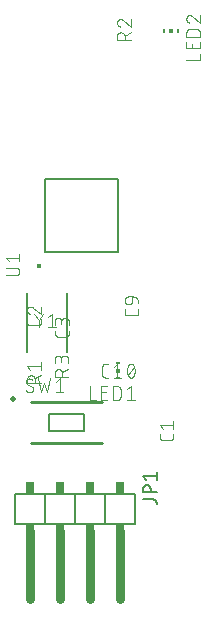
<source format=gbr>
G04 EAGLE Gerber X2 export*
%TF.Part,Single*%
%TF.FileFunction,Legend,Top,1*%
%TF.FilePolarity,Positive*%
%TF.GenerationSoftware,Autodesk,EAGLE,9.6.2*%
%TF.CreationDate,2022-05-02T11:32:10Z*%
G75*
%MOMM*%
%FSLAX46Y46*%
%LPD*%
%INSilkscreen Top*%
%AMOC8*
5,1,8,0,0,1.08239X$1,22.5*%
G01*
%ADD10C,0.101600*%
%ADD11C,0.152400*%
%ADD12C,0.762000*%
%ADD13R,0.762000X0.508000*%
%ADD14R,0.762000X1.016000*%
%ADD15C,0.127000*%
%ADD16R,0.300000X0.150000*%
%ADD17R,0.300000X0.300000*%
%ADD18R,0.150000X0.300000*%
%ADD19C,0.254000*%
%ADD20C,0.508000*%
%ADD21C,0.200000*%
%ADD22C,0.447213*%


D10*
X29800600Y6840259D02*
X29800600Y6580616D01*
X29800524Y6574342D01*
X29800297Y6568072D01*
X29799918Y6561809D01*
X29799388Y6555557D01*
X29798707Y6549319D01*
X29797875Y6543100D01*
X29796894Y6536903D01*
X29795763Y6530731D01*
X29794483Y6524589D01*
X29793055Y6518479D01*
X29791480Y6512406D01*
X29789759Y6506372D01*
X29787892Y6500382D01*
X29785881Y6494438D01*
X29783727Y6488545D01*
X29781432Y6482706D01*
X29778996Y6476923D01*
X29776420Y6471202D01*
X29773708Y6465544D01*
X29770859Y6459953D01*
X29767877Y6454433D01*
X29764761Y6448987D01*
X29761515Y6443617D01*
X29758140Y6438328D01*
X29754639Y6433121D01*
X29751012Y6428001D01*
X29747263Y6422970D01*
X29743394Y6418031D01*
X29739406Y6413187D01*
X29735302Y6408440D01*
X29731085Y6403794D01*
X29726757Y6399252D01*
X29722320Y6394815D01*
X29717778Y6390487D01*
X29713132Y6386270D01*
X29708385Y6382166D01*
X29703541Y6378178D01*
X29698602Y6374309D01*
X29693571Y6370560D01*
X29688451Y6366933D01*
X29683244Y6363432D01*
X29677955Y6360057D01*
X29672585Y6356811D01*
X29667139Y6353695D01*
X29661619Y6350713D01*
X29656028Y6347864D01*
X29650370Y6345152D01*
X29644649Y6342576D01*
X29638866Y6340140D01*
X29633027Y6337845D01*
X29627134Y6335691D01*
X29621190Y6333680D01*
X29615200Y6331813D01*
X29609166Y6330092D01*
X29603093Y6328517D01*
X29596983Y6327089D01*
X29590841Y6325809D01*
X29584669Y6324678D01*
X29578472Y6323697D01*
X29572253Y6322865D01*
X29566015Y6322184D01*
X29559763Y6321654D01*
X29553500Y6321275D01*
X29547230Y6321048D01*
X29540956Y6320972D01*
X28891847Y6320972D01*
X28885475Y6321050D01*
X28879107Y6321285D01*
X28872746Y6321676D01*
X28866397Y6322222D01*
X28860064Y6322925D01*
X28853749Y6323782D01*
X28847457Y6324795D01*
X28841193Y6325961D01*
X28834958Y6327281D01*
X28828758Y6328753D01*
X28822596Y6330377D01*
X28816476Y6332152D01*
X28810401Y6334077D01*
X28804375Y6336150D01*
X28798402Y6338370D01*
X28792485Y6340736D01*
X28786628Y6343247D01*
X28780834Y6345900D01*
X28775107Y6348695D01*
X28769451Y6351630D01*
X28763868Y6354703D01*
X28758362Y6357912D01*
X28752937Y6361255D01*
X28747595Y6364730D01*
X28742340Y6368335D01*
X28737176Y6372068D01*
X28732104Y6375926D01*
X28727129Y6379908D01*
X28722253Y6384011D01*
X28717479Y6388232D01*
X28712810Y6392569D01*
X28708249Y6397020D01*
X28703798Y6401580D01*
X28699461Y6406249D01*
X28695240Y6411023D01*
X28691137Y6415899D01*
X28687155Y6420874D01*
X28683296Y6425946D01*
X28679563Y6431110D01*
X28675958Y6436365D01*
X28672483Y6441706D01*
X28669140Y6447132D01*
X28665931Y6452637D01*
X28662858Y6458220D01*
X28659923Y6463876D01*
X28657128Y6469603D01*
X28654474Y6475397D01*
X28651963Y6481254D01*
X28649597Y6487171D01*
X28647377Y6493144D01*
X28645304Y6499170D01*
X28643379Y6505245D01*
X28641604Y6511365D01*
X28639980Y6517527D01*
X28638507Y6523727D01*
X28637187Y6529961D01*
X28636021Y6536226D01*
X28635008Y6542518D01*
X28634150Y6548832D01*
X28633448Y6555166D01*
X28632901Y6561515D01*
X28632510Y6567876D01*
X28632275Y6574244D01*
X28632197Y6580616D01*
X28632200Y6580616D02*
X28632200Y6840259D01*
X28891847Y7276791D02*
X28632200Y7601344D01*
X29800600Y7601344D01*
X29800600Y7276791D02*
X29800600Y7925900D01*
X24291963Y11617500D02*
X24032319Y11617500D01*
X24026045Y11617576D01*
X24019775Y11617803D01*
X24013512Y11618182D01*
X24007260Y11618712D01*
X24001022Y11619393D01*
X23994803Y11620225D01*
X23988606Y11621206D01*
X23982434Y11622337D01*
X23976292Y11623617D01*
X23970182Y11625045D01*
X23964109Y11626620D01*
X23958075Y11628341D01*
X23952085Y11630208D01*
X23946141Y11632219D01*
X23940248Y11634373D01*
X23934409Y11636668D01*
X23928626Y11639104D01*
X23922905Y11641680D01*
X23917247Y11644392D01*
X23911656Y11647241D01*
X23906136Y11650223D01*
X23900690Y11653339D01*
X23895320Y11656585D01*
X23890031Y11659960D01*
X23884824Y11663461D01*
X23879704Y11667088D01*
X23874673Y11670837D01*
X23869734Y11674706D01*
X23864890Y11678694D01*
X23860143Y11682798D01*
X23855497Y11687015D01*
X23850955Y11691343D01*
X23846518Y11695780D01*
X23842190Y11700322D01*
X23837973Y11704968D01*
X23833869Y11709715D01*
X23829881Y11714559D01*
X23826012Y11719498D01*
X23822263Y11724529D01*
X23818636Y11729649D01*
X23815135Y11734856D01*
X23811760Y11740145D01*
X23808514Y11745515D01*
X23805398Y11750961D01*
X23802416Y11756481D01*
X23799567Y11762072D01*
X23796855Y11767730D01*
X23794279Y11773451D01*
X23791843Y11779234D01*
X23789548Y11785073D01*
X23787394Y11790966D01*
X23785383Y11796910D01*
X23783516Y11802900D01*
X23781795Y11808934D01*
X23780220Y11815007D01*
X23778792Y11821117D01*
X23777512Y11827259D01*
X23776381Y11833431D01*
X23775400Y11839628D01*
X23774568Y11845847D01*
X23773887Y11852085D01*
X23773357Y11858337D01*
X23772978Y11864600D01*
X23772751Y11870870D01*
X23772675Y11877144D01*
X23772675Y12526253D01*
X23772753Y12532625D01*
X23772988Y12538993D01*
X23773379Y12545354D01*
X23773925Y12551703D01*
X23774628Y12558036D01*
X23775485Y12564351D01*
X23776498Y12570642D01*
X23777664Y12576907D01*
X23778984Y12583142D01*
X23780456Y12589342D01*
X23782080Y12595504D01*
X23783855Y12601624D01*
X23785780Y12607699D01*
X23787853Y12613725D01*
X23790073Y12619698D01*
X23792439Y12625615D01*
X23794950Y12631472D01*
X23797604Y12637266D01*
X23800399Y12642992D01*
X23803333Y12648649D01*
X23806406Y12654232D01*
X23809615Y12659737D01*
X23812958Y12665163D01*
X23816433Y12670504D01*
X23820038Y12675759D01*
X23823771Y12680924D01*
X23827629Y12685995D01*
X23831611Y12690970D01*
X23835714Y12695846D01*
X23839935Y12700620D01*
X23844272Y12705289D01*
X23848723Y12709850D01*
X23853284Y12714300D01*
X23857953Y12718638D01*
X23862726Y12722859D01*
X23867602Y12726962D01*
X23872578Y12730944D01*
X23877649Y12734802D01*
X23882814Y12738535D01*
X23888068Y12742141D01*
X23893410Y12745616D01*
X23898835Y12748959D01*
X23904341Y12752167D01*
X23909923Y12755240D01*
X23915580Y12758175D01*
X23921307Y12760970D01*
X23927100Y12763624D01*
X23932957Y12766135D01*
X23938874Y12768501D01*
X23944847Y12770721D01*
X23950873Y12772794D01*
X23956948Y12774719D01*
X23963068Y12776494D01*
X23969230Y12778118D01*
X23975430Y12779591D01*
X23981665Y12780910D01*
X23987930Y12782077D01*
X23994221Y12783089D01*
X24000536Y12783947D01*
X24006869Y12784649D01*
X24013218Y12785196D01*
X24019579Y12785587D01*
X24025947Y12785822D01*
X24032319Y12785900D01*
X24291963Y12785900D01*
X24728494Y12526253D02*
X25053047Y12785900D01*
X25053047Y11617500D01*
X24728494Y11617500D02*
X25377603Y11617500D01*
X25871491Y12201700D02*
X25871765Y12224684D01*
X25872588Y12247656D01*
X25873959Y12270601D01*
X25875878Y12293507D01*
X25878342Y12316360D01*
X25881352Y12339148D01*
X25884905Y12361858D01*
X25888998Y12384477D01*
X25893631Y12406991D01*
X25898799Y12429388D01*
X25904501Y12451656D01*
X25910733Y12473781D01*
X25917491Y12495751D01*
X25924772Y12517554D01*
X25932571Y12539176D01*
X25940884Y12560607D01*
X25949706Y12581832D01*
X25959032Y12602841D01*
X25968857Y12623622D01*
X25968855Y12623622D02*
X25970816Y12629125D01*
X25972911Y12634578D01*
X25975138Y12639979D01*
X25977496Y12645323D01*
X25979983Y12650609D01*
X25982597Y12655833D01*
X25985338Y12660992D01*
X25988204Y12666082D01*
X25991193Y12671101D01*
X25994302Y12676047D01*
X25997532Y12680915D01*
X26000878Y12685703D01*
X26004340Y12690408D01*
X26007916Y12695027D01*
X26011602Y12699559D01*
X26015398Y12703999D01*
X26019301Y12708346D01*
X26023308Y12712596D01*
X26027418Y12716748D01*
X26031627Y12720799D01*
X26035934Y12724746D01*
X26040335Y12728587D01*
X26044828Y12732320D01*
X26049411Y12735942D01*
X26054081Y12739452D01*
X26058834Y12742847D01*
X26063669Y12746126D01*
X26068582Y12749286D01*
X26073571Y12752326D01*
X26078631Y12755244D01*
X26083762Y12758037D01*
X26088959Y12760705D01*
X26094219Y12763246D01*
X26099539Y12765658D01*
X26104917Y12767941D01*
X26110348Y12770091D01*
X26115830Y12772109D01*
X26121360Y12773993D01*
X26126933Y12775742D01*
X26132548Y12777355D01*
X26138200Y12778830D01*
X26143887Y12780168D01*
X26149604Y12781367D01*
X26155349Y12782427D01*
X26161117Y12783347D01*
X26166907Y12784126D01*
X26172714Y12784764D01*
X26178534Y12785261D01*
X26184365Y12785616D01*
X26190203Y12785829D01*
X26196044Y12785900D01*
X26201885Y12785829D01*
X26207723Y12785616D01*
X26213554Y12785261D01*
X26219374Y12784764D01*
X26225181Y12784126D01*
X26230971Y12783347D01*
X26236740Y12782427D01*
X26242484Y12781367D01*
X26248202Y12780168D01*
X26253888Y12778830D01*
X26259540Y12777354D01*
X26265155Y12775742D01*
X26270729Y12773993D01*
X26276258Y12772109D01*
X26281740Y12770091D01*
X26287172Y12767940D01*
X26292549Y12765658D01*
X26297870Y12763246D01*
X26303130Y12760705D01*
X26308327Y12758037D01*
X26313457Y12755244D01*
X26318518Y12752326D01*
X26323506Y12749286D01*
X26328419Y12746126D01*
X26333254Y12742847D01*
X26338008Y12739452D01*
X26342677Y12735942D01*
X26347260Y12732319D01*
X26351753Y12728586D01*
X26356155Y12724745D01*
X26360461Y12720798D01*
X26364671Y12716748D01*
X26368780Y12712596D01*
X26372787Y12708345D01*
X26376690Y12703999D01*
X26380486Y12699558D01*
X26384173Y12695027D01*
X26387748Y12690407D01*
X26391210Y12685702D01*
X26394557Y12680914D01*
X26397786Y12676046D01*
X26400896Y12671101D01*
X26403884Y12666081D01*
X26406750Y12660991D01*
X26409491Y12655832D01*
X26412106Y12650608D01*
X26414593Y12645322D01*
X26416950Y12639978D01*
X26419177Y12634577D01*
X26421272Y12629124D01*
X26423234Y12623621D01*
X26423234Y12623622D02*
X26433059Y12602841D01*
X26442385Y12581832D01*
X26451207Y12560607D01*
X26459520Y12539176D01*
X26467319Y12517554D01*
X26474600Y12495751D01*
X26481358Y12473781D01*
X26487590Y12451656D01*
X26493292Y12429388D01*
X26498460Y12406991D01*
X26503093Y12384477D01*
X26507186Y12361858D01*
X26510739Y12339148D01*
X26513749Y12316360D01*
X26516213Y12293507D01*
X26518132Y12270601D01*
X26519503Y12247656D01*
X26520326Y12224684D01*
X26520600Y12201700D01*
X25871490Y12201700D02*
X25871764Y12178715D01*
X25872587Y12155744D01*
X25873958Y12132799D01*
X25875877Y12109893D01*
X25878341Y12087039D01*
X25881351Y12064251D01*
X25884904Y12041541D01*
X25888997Y12018922D01*
X25893630Y11996407D01*
X25898798Y11974010D01*
X25904500Y11951742D01*
X25910732Y11929617D01*
X25917490Y11907646D01*
X25924770Y11885844D01*
X25932569Y11864221D01*
X25940882Y11842791D01*
X25949704Y11821565D01*
X25959031Y11800556D01*
X25968856Y11779775D01*
X25970817Y11774272D01*
X25972912Y11768819D01*
X25975139Y11763419D01*
X25977497Y11758074D01*
X25979984Y11752788D01*
X25982599Y11747565D01*
X25985340Y11742406D01*
X25988205Y11737316D01*
X25991194Y11732297D01*
X25994304Y11727351D01*
X25997533Y11722484D01*
X26000879Y11717696D01*
X26004342Y11712990D01*
X26007917Y11708371D01*
X26011604Y11703840D01*
X26015400Y11699399D01*
X26019302Y11695053D01*
X26023310Y11690802D01*
X26027419Y11686651D01*
X26031628Y11682600D01*
X26035935Y11678653D01*
X26040336Y11674812D01*
X26044830Y11671079D01*
X26049412Y11667457D01*
X26054082Y11663947D01*
X26058835Y11660552D01*
X26063670Y11657273D01*
X26068583Y11654113D01*
X26073572Y11651073D01*
X26078633Y11648156D01*
X26083763Y11645362D01*
X26088960Y11642694D01*
X26094220Y11640153D01*
X26099540Y11637741D01*
X26104918Y11635459D01*
X26110349Y11633309D01*
X26115831Y11631291D01*
X26121360Y11629407D01*
X26126934Y11627658D01*
X26132549Y11626045D01*
X26138201Y11624570D01*
X26143887Y11623232D01*
X26149604Y11622033D01*
X26155349Y11620973D01*
X26161118Y11620053D01*
X26166907Y11619274D01*
X26172714Y11618636D01*
X26178534Y11618139D01*
X26184365Y11617784D01*
X26190203Y11617571D01*
X26196044Y11617500D01*
X26423235Y11779775D02*
X26433060Y11800555D01*
X26442386Y11821565D01*
X26451208Y11842790D01*
X26459521Y11864221D01*
X26467320Y11885844D01*
X26474600Y11907646D01*
X26481358Y11929617D01*
X26487590Y11951742D01*
X26493292Y11974010D01*
X26498460Y11996407D01*
X26503093Y12018922D01*
X26507187Y12041541D01*
X26510739Y12064251D01*
X26513749Y12087039D01*
X26516213Y12109893D01*
X26518132Y12132799D01*
X26519503Y12155744D01*
X26520326Y12178715D01*
X26520600Y12201700D01*
X26423233Y11779776D02*
X26421271Y11774273D01*
X26419176Y11768820D01*
X26416949Y11763420D01*
X26414592Y11758075D01*
X26412105Y11752789D01*
X26409490Y11747566D01*
X26406749Y11742407D01*
X26403883Y11737316D01*
X26400895Y11732297D01*
X26397785Y11727352D01*
X26394556Y11722484D01*
X26391209Y11717696D01*
X26387747Y11712991D01*
X26384171Y11708371D01*
X26380485Y11703840D01*
X26376689Y11699400D01*
X26372786Y11695053D01*
X26368779Y11690803D01*
X26364669Y11686651D01*
X26360460Y11682601D01*
X26356153Y11678654D01*
X26351752Y11674813D01*
X26347259Y11671080D01*
X26342676Y11667457D01*
X26338006Y11663947D01*
X26333253Y11660552D01*
X26328418Y11657273D01*
X26323505Y11654113D01*
X26318517Y11651073D01*
X26313456Y11648156D01*
X26308325Y11645362D01*
X26303129Y11642694D01*
X26297869Y11640153D01*
X26292548Y11637741D01*
X26287171Y11635459D01*
X26281739Y11633309D01*
X26276257Y11631291D01*
X26270728Y11629407D01*
X26265154Y11627658D01*
X26259540Y11626045D01*
X26253887Y11624570D01*
X26248201Y11623232D01*
X26242484Y11622033D01*
X26236739Y11620973D01*
X26230970Y11620053D01*
X26225181Y11619274D01*
X26219374Y11618636D01*
X26213554Y11618139D01*
X26207723Y11617784D01*
X26201885Y11617571D01*
X26196044Y11617500D01*
X25936400Y11877144D02*
X26455691Y12526253D01*
X18570600Y16290616D02*
X18570600Y16550259D01*
X18570600Y16290616D02*
X18570524Y16284342D01*
X18570297Y16278072D01*
X18569918Y16271809D01*
X18569388Y16265557D01*
X18568707Y16259319D01*
X18567875Y16253100D01*
X18566894Y16246903D01*
X18565763Y16240731D01*
X18564483Y16234589D01*
X18563055Y16228479D01*
X18561480Y16222406D01*
X18559759Y16216372D01*
X18557892Y16210382D01*
X18555881Y16204438D01*
X18553727Y16198545D01*
X18551432Y16192706D01*
X18548996Y16186923D01*
X18546420Y16181202D01*
X18543708Y16175544D01*
X18540859Y16169953D01*
X18537877Y16164433D01*
X18534761Y16158987D01*
X18531515Y16153617D01*
X18528140Y16148328D01*
X18524639Y16143121D01*
X18521012Y16138001D01*
X18517263Y16132970D01*
X18513394Y16128031D01*
X18509406Y16123187D01*
X18505302Y16118440D01*
X18501085Y16113794D01*
X18496757Y16109252D01*
X18492320Y16104815D01*
X18487778Y16100487D01*
X18483132Y16096270D01*
X18478385Y16092166D01*
X18473541Y16088178D01*
X18468602Y16084309D01*
X18463571Y16080560D01*
X18458451Y16076933D01*
X18453244Y16073432D01*
X18447955Y16070057D01*
X18442585Y16066811D01*
X18437139Y16063695D01*
X18431619Y16060713D01*
X18426028Y16057864D01*
X18420370Y16055152D01*
X18414649Y16052576D01*
X18408866Y16050140D01*
X18403027Y16047845D01*
X18397134Y16045691D01*
X18391190Y16043680D01*
X18385200Y16041813D01*
X18379166Y16040092D01*
X18373093Y16038517D01*
X18366983Y16037089D01*
X18360841Y16035809D01*
X18354669Y16034678D01*
X18348472Y16033697D01*
X18342253Y16032865D01*
X18336015Y16032184D01*
X18329763Y16031654D01*
X18323500Y16031275D01*
X18317230Y16031048D01*
X18310956Y16030972D01*
X17661847Y16030972D01*
X17655475Y16031050D01*
X17649107Y16031285D01*
X17642746Y16031676D01*
X17636397Y16032222D01*
X17630064Y16032925D01*
X17623749Y16033782D01*
X17617457Y16034795D01*
X17611193Y16035961D01*
X17604958Y16037281D01*
X17598758Y16038753D01*
X17592596Y16040377D01*
X17586476Y16042152D01*
X17580401Y16044077D01*
X17574375Y16046150D01*
X17568402Y16048370D01*
X17562485Y16050736D01*
X17556628Y16053247D01*
X17550834Y16055900D01*
X17545107Y16058695D01*
X17539451Y16061630D01*
X17533868Y16064703D01*
X17528362Y16067912D01*
X17522937Y16071255D01*
X17517595Y16074730D01*
X17512340Y16078335D01*
X17507176Y16082068D01*
X17502104Y16085926D01*
X17497129Y16089908D01*
X17492253Y16094011D01*
X17487479Y16098232D01*
X17482810Y16102569D01*
X17478249Y16107020D01*
X17473798Y16111580D01*
X17469461Y16116249D01*
X17465240Y16121023D01*
X17461137Y16125899D01*
X17457155Y16130874D01*
X17453296Y16135946D01*
X17449563Y16141110D01*
X17445958Y16146365D01*
X17442483Y16151706D01*
X17439140Y16157132D01*
X17435931Y16162637D01*
X17432858Y16168220D01*
X17429923Y16173876D01*
X17427128Y16179603D01*
X17424474Y16185397D01*
X17421963Y16191254D01*
X17419597Y16197171D01*
X17417377Y16203144D01*
X17415304Y16209170D01*
X17413379Y16215245D01*
X17411604Y16221365D01*
X17409980Y16227527D01*
X17408507Y16233727D01*
X17407187Y16239961D01*
X17406021Y16246226D01*
X17405008Y16252518D01*
X17404150Y16258832D01*
X17403448Y16265166D01*
X17402901Y16271515D01*
X17402510Y16277876D01*
X17402275Y16284244D01*
X17402197Y16290616D01*
X17402200Y16290616D02*
X17402200Y16550259D01*
X17402200Y17343800D02*
X17402285Y17350858D01*
X17402541Y17357912D01*
X17402967Y17364958D01*
X17403564Y17371992D01*
X17404330Y17379009D01*
X17405265Y17386005D01*
X17406369Y17392977D01*
X17407642Y17399920D01*
X17409082Y17406831D01*
X17410688Y17413704D01*
X17412460Y17420537D01*
X17414396Y17427325D01*
X17416496Y17434064D01*
X17418759Y17440750D01*
X17421182Y17447380D01*
X17423764Y17453949D01*
X17426505Y17460454D01*
X17429402Y17466891D01*
X17432454Y17473256D01*
X17435658Y17479546D01*
X17439014Y17485756D01*
X17442519Y17491883D01*
X17446170Y17497924D01*
X17449967Y17503874D01*
X17453906Y17509732D01*
X17457986Y17515492D01*
X17462204Y17521152D01*
X17466557Y17526709D01*
X17471043Y17532158D01*
X17475660Y17537498D01*
X17480404Y17542725D01*
X17485274Y17547835D01*
X17490265Y17552826D01*
X17495375Y17557696D01*
X17500602Y17562440D01*
X17505942Y17567057D01*
X17511391Y17571543D01*
X17516948Y17575896D01*
X17522608Y17580114D01*
X17528368Y17584194D01*
X17534226Y17588133D01*
X17540176Y17591930D01*
X17546217Y17595581D01*
X17552344Y17599086D01*
X17558554Y17602442D01*
X17564844Y17605646D01*
X17571209Y17608698D01*
X17577646Y17611595D01*
X17584151Y17614336D01*
X17590720Y17616918D01*
X17597350Y17619341D01*
X17604036Y17621604D01*
X17610775Y17623704D01*
X17617563Y17625640D01*
X17624396Y17627412D01*
X17631269Y17629018D01*
X17638180Y17630458D01*
X17645123Y17631731D01*
X17652095Y17632835D01*
X17659091Y17633770D01*
X17666108Y17634536D01*
X17673142Y17635133D01*
X17680188Y17635559D01*
X17687242Y17635815D01*
X17694300Y17635900D01*
X17402200Y17343800D02*
X17402310Y17334725D01*
X17402639Y17325656D01*
X17403187Y17316597D01*
X17403955Y17307554D01*
X17404940Y17298532D01*
X17406144Y17289537D01*
X17407565Y17280573D01*
X17409202Y17271647D01*
X17411054Y17262762D01*
X17413121Y17253925D01*
X17415401Y17245141D01*
X17417893Y17236414D01*
X17420595Y17227750D01*
X17423506Y17219154D01*
X17426623Y17210631D01*
X17429946Y17202186D01*
X17433472Y17193824D01*
X17437200Y17185549D01*
X17441126Y17177367D01*
X17445249Y17169282D01*
X17449567Y17161299D01*
X17454076Y17153423D01*
X17458774Y17145659D01*
X17463659Y17138010D01*
X17468727Y17130481D01*
X17473976Y17123078D01*
X17479402Y17115803D01*
X17485003Y17108662D01*
X17490775Y17101658D01*
X17496714Y17094796D01*
X17502817Y17088080D01*
X17509082Y17081513D01*
X17515503Y17075100D01*
X17522077Y17068843D01*
X17528801Y17062748D01*
X17535670Y17056817D01*
X17542681Y17051054D01*
X17549829Y17045461D01*
X17557110Y17040044D01*
X17564520Y17034804D01*
X17572054Y17029745D01*
X17579709Y17024869D01*
X17587479Y17020180D01*
X17595361Y17015681D01*
X17603349Y17011373D01*
X17611438Y17007260D01*
X17619625Y17003343D01*
X17627904Y16999626D01*
X17636271Y16996110D01*
X17644720Y16992797D01*
X17653247Y16989689D01*
X17661847Y16986789D01*
X17921490Y17538534D02*
X17916113Y17544043D01*
X17910602Y17549419D01*
X17904961Y17554657D01*
X17899193Y17559756D01*
X17893301Y17564712D01*
X17887290Y17569522D01*
X17881163Y17574182D01*
X17874923Y17578691D01*
X17868574Y17583046D01*
X17862120Y17587244D01*
X17855565Y17591281D01*
X17848914Y17595157D01*
X17842169Y17598869D01*
X17835335Y17602413D01*
X17828416Y17605790D01*
X17821416Y17608995D01*
X17814340Y17612028D01*
X17807192Y17614886D01*
X17799975Y17617567D01*
X17792695Y17620071D01*
X17785356Y17622396D01*
X17777962Y17624540D01*
X17770518Y17626501D01*
X17763027Y17628280D01*
X17755496Y17629874D01*
X17747927Y17631283D01*
X17740326Y17632506D01*
X17732697Y17633541D01*
X17725046Y17634390D01*
X17717376Y17635050D01*
X17709691Y17635522D01*
X17701998Y17635806D01*
X17694300Y17635900D01*
X17921491Y17538534D02*
X18570600Y16986791D01*
X18570600Y17635900D01*
X20950600Y15596788D02*
X20950600Y15337144D01*
X20950524Y15330870D01*
X20950297Y15324600D01*
X20949918Y15318337D01*
X20949388Y15312085D01*
X20948707Y15305847D01*
X20947875Y15299628D01*
X20946894Y15293431D01*
X20945763Y15287259D01*
X20944483Y15281117D01*
X20943055Y15275007D01*
X20941480Y15268934D01*
X20939759Y15262900D01*
X20937892Y15256910D01*
X20935881Y15250966D01*
X20933727Y15245073D01*
X20931432Y15239234D01*
X20928996Y15233451D01*
X20926420Y15227730D01*
X20923708Y15222072D01*
X20920859Y15216481D01*
X20917877Y15210961D01*
X20914761Y15205515D01*
X20911515Y15200145D01*
X20908140Y15194856D01*
X20904639Y15189649D01*
X20901012Y15184529D01*
X20897263Y15179498D01*
X20893394Y15174559D01*
X20889406Y15169715D01*
X20885302Y15164968D01*
X20881085Y15160322D01*
X20876757Y15155780D01*
X20872320Y15151343D01*
X20867778Y15147015D01*
X20863132Y15142798D01*
X20858385Y15138694D01*
X20853541Y15134706D01*
X20848602Y15130837D01*
X20843571Y15127088D01*
X20838451Y15123461D01*
X20833244Y15119960D01*
X20827955Y15116585D01*
X20822585Y15113339D01*
X20817139Y15110223D01*
X20811619Y15107241D01*
X20806028Y15104392D01*
X20800370Y15101680D01*
X20794649Y15099104D01*
X20788866Y15096668D01*
X20783027Y15094373D01*
X20777134Y15092219D01*
X20771190Y15090208D01*
X20765200Y15088341D01*
X20759166Y15086620D01*
X20753093Y15085045D01*
X20746983Y15083617D01*
X20740841Y15082337D01*
X20734669Y15081206D01*
X20728472Y15080225D01*
X20722253Y15079393D01*
X20716015Y15078712D01*
X20709763Y15078182D01*
X20703500Y15077803D01*
X20697230Y15077576D01*
X20690956Y15077500D01*
X20041847Y15077500D01*
X20035475Y15077578D01*
X20029107Y15077813D01*
X20022746Y15078204D01*
X20016397Y15078750D01*
X20010064Y15079453D01*
X20003749Y15080310D01*
X19997457Y15081323D01*
X19991193Y15082489D01*
X19984958Y15083809D01*
X19978758Y15085281D01*
X19972596Y15086905D01*
X19966476Y15088680D01*
X19960401Y15090605D01*
X19954375Y15092678D01*
X19948402Y15094898D01*
X19942485Y15097264D01*
X19936628Y15099775D01*
X19930834Y15102428D01*
X19925107Y15105223D01*
X19919451Y15108158D01*
X19913868Y15111231D01*
X19908362Y15114440D01*
X19902937Y15117783D01*
X19897595Y15121258D01*
X19892340Y15124863D01*
X19887176Y15128596D01*
X19882104Y15132454D01*
X19877129Y15136436D01*
X19872253Y15140539D01*
X19867479Y15144760D01*
X19862810Y15149097D01*
X19858249Y15153548D01*
X19853798Y15158108D01*
X19849461Y15162777D01*
X19845240Y15167551D01*
X19841137Y15172427D01*
X19837155Y15177402D01*
X19833296Y15182474D01*
X19829563Y15187638D01*
X19825958Y15192893D01*
X19822483Y15198234D01*
X19819140Y15203660D01*
X19815931Y15209165D01*
X19812858Y15214748D01*
X19809923Y15220404D01*
X19807128Y15226131D01*
X19804474Y15231925D01*
X19801963Y15237782D01*
X19799597Y15243699D01*
X19797377Y15249672D01*
X19795304Y15255698D01*
X19793379Y15261773D01*
X19791604Y15267893D01*
X19789980Y15274055D01*
X19788507Y15280255D01*
X19787187Y15286489D01*
X19786021Y15292754D01*
X19785008Y15299046D01*
X19784150Y15305360D01*
X19783448Y15311694D01*
X19782901Y15318043D01*
X19782510Y15324404D01*
X19782275Y15330772D01*
X19782197Y15337144D01*
X19782200Y15337144D02*
X19782200Y15596788D01*
X20950600Y16033319D02*
X20950600Y16357872D01*
X20950504Y16365775D01*
X20950215Y16373674D01*
X20949734Y16381563D01*
X20949061Y16389438D01*
X20948197Y16397295D01*
X20947141Y16405128D01*
X20945895Y16412933D01*
X20944460Y16420705D01*
X20942835Y16428440D01*
X20941023Y16436134D01*
X20939024Y16443780D01*
X20936839Y16451376D01*
X20934470Y16458917D01*
X20931918Y16466397D01*
X20929185Y16473813D01*
X20926271Y16481161D01*
X20923180Y16488435D01*
X20919913Y16495632D01*
X20916471Y16502747D01*
X20912857Y16509776D01*
X20909073Y16516715D01*
X20905121Y16523560D01*
X20901004Y16530307D01*
X20896723Y16536952D01*
X20892282Y16543490D01*
X20887683Y16549918D01*
X20882929Y16556232D01*
X20878022Y16562429D01*
X20872967Y16568504D01*
X20867764Y16574454D01*
X20862419Y16580276D01*
X20856933Y16585966D01*
X20851310Y16591521D01*
X20845554Y16596937D01*
X20839667Y16602212D01*
X20833654Y16607341D01*
X20827517Y16612323D01*
X20821261Y16617153D01*
X20814890Y16621830D01*
X20808406Y16626350D01*
X20801814Y16630711D01*
X20795118Y16634911D01*
X20788322Y16638946D01*
X20781429Y16642814D01*
X20774445Y16646513D01*
X20767372Y16650041D01*
X20760215Y16653396D01*
X20752979Y16656576D01*
X20745668Y16659578D01*
X20738286Y16662402D01*
X20730837Y16665045D01*
X20723326Y16667505D01*
X20715757Y16669783D01*
X20708135Y16671875D01*
X20700464Y16673781D01*
X20692750Y16675499D01*
X20684995Y16677029D01*
X20677206Y16678370D01*
X20669386Y16679521D01*
X20661541Y16680481D01*
X20653675Y16681250D01*
X20645792Y16681827D01*
X20637897Y16682211D01*
X20629996Y16682404D01*
X20622092Y16682404D01*
X20614191Y16682211D01*
X20606296Y16681827D01*
X20598413Y16681250D01*
X20590547Y16680481D01*
X20582702Y16679521D01*
X20574882Y16678370D01*
X20567093Y16677029D01*
X20559338Y16675499D01*
X20551624Y16673781D01*
X20543953Y16671875D01*
X20536331Y16669783D01*
X20528762Y16667505D01*
X20521251Y16665045D01*
X20513802Y16662402D01*
X20506420Y16659578D01*
X20499109Y16656576D01*
X20491873Y16653396D01*
X20484716Y16650041D01*
X20477643Y16646513D01*
X20470659Y16642814D01*
X20463766Y16638946D01*
X20456970Y16634911D01*
X20450274Y16630711D01*
X20443682Y16626350D01*
X20437198Y16621830D01*
X20430827Y16617153D01*
X20424571Y16612323D01*
X20418434Y16607341D01*
X20412421Y16602212D01*
X20406534Y16596937D01*
X20400778Y16591521D01*
X20395155Y16585966D01*
X20389669Y16580276D01*
X20384324Y16574454D01*
X20379121Y16568504D01*
X20374066Y16562429D01*
X20369159Y16556232D01*
X20364405Y16549918D01*
X20359806Y16543490D01*
X20355365Y16536952D01*
X20351084Y16530307D01*
X20346967Y16523560D01*
X20343015Y16516715D01*
X20339231Y16509776D01*
X20335617Y16502747D01*
X20332175Y16495632D01*
X20328908Y16488435D01*
X20325817Y16481161D01*
X20322903Y16473813D01*
X20320170Y16466397D01*
X20317618Y16458917D01*
X20315249Y16451376D01*
X20313064Y16443780D01*
X20311065Y16436134D01*
X20309253Y16428440D01*
X20307628Y16420705D01*
X20306193Y16412933D01*
X20304947Y16405128D01*
X20303891Y16397295D01*
X20303027Y16389438D01*
X20302354Y16381563D01*
X20301873Y16373674D01*
X20301584Y16365775D01*
X20301488Y16357872D01*
X19782200Y16422784D02*
X19782200Y16033319D01*
X19782200Y16422784D02*
X19782277Y16429107D01*
X19782508Y16435425D01*
X19782893Y16441737D01*
X19783431Y16448037D01*
X19784123Y16454322D01*
X19784967Y16460588D01*
X19785964Y16466832D01*
X19787112Y16473050D01*
X19788412Y16479238D01*
X19789862Y16485393D01*
X19791461Y16491510D01*
X19793209Y16497587D01*
X19795104Y16503620D01*
X19797146Y16509604D01*
X19799332Y16515537D01*
X19801663Y16521415D01*
X19804136Y16527234D01*
X19806750Y16532992D01*
X19809503Y16538684D01*
X19812394Y16544307D01*
X19815422Y16549858D01*
X19818583Y16555334D01*
X19821877Y16560732D01*
X19825301Y16566047D01*
X19828854Y16571278D01*
X19832533Y16576420D01*
X19836337Y16581472D01*
X19840262Y16586429D01*
X19844307Y16591289D01*
X19848468Y16596049D01*
X19852745Y16600707D01*
X19857134Y16605259D01*
X19861632Y16609703D01*
X19866237Y16614036D01*
X19870946Y16618255D01*
X19875757Y16622359D01*
X19880666Y16626344D01*
X19885671Y16630208D01*
X19890768Y16633950D01*
X19895955Y16637566D01*
X19901228Y16641055D01*
X19906585Y16644414D01*
X19912022Y16647642D01*
X19917536Y16650737D01*
X19923124Y16653696D01*
X19928782Y16656519D01*
X19934507Y16659203D01*
X19940296Y16661746D01*
X19946145Y16664148D01*
X19952051Y16666407D01*
X19958010Y16668521D01*
X19964019Y16670490D01*
X19970074Y16672312D01*
X19976171Y16673985D01*
X19982308Y16675510D01*
X19988480Y16676885D01*
X19994683Y16678109D01*
X20000914Y16679182D01*
X20007170Y16680102D01*
X20013446Y16680870D01*
X20019740Y16681485D01*
X20026046Y16681947D01*
X20032361Y16682255D01*
X20038682Y16682409D01*
X20045006Y16682409D01*
X20051327Y16682255D01*
X20057642Y16681947D01*
X20063948Y16681485D01*
X20070242Y16680870D01*
X20076518Y16680102D01*
X20082774Y16679182D01*
X20089005Y16678109D01*
X20095208Y16676885D01*
X20101380Y16675510D01*
X20107517Y16673985D01*
X20113614Y16672312D01*
X20119669Y16670490D01*
X20125678Y16668521D01*
X20131637Y16666407D01*
X20137543Y16664148D01*
X20143392Y16661746D01*
X20149181Y16659203D01*
X20154906Y16656519D01*
X20160564Y16653696D01*
X20166152Y16650737D01*
X20171666Y16647642D01*
X20177103Y16644414D01*
X20182460Y16641055D01*
X20187733Y16637566D01*
X20192920Y16633950D01*
X20198017Y16630208D01*
X20203022Y16626344D01*
X20207931Y16622359D01*
X20212742Y16618255D01*
X20217451Y16614036D01*
X20222056Y16609703D01*
X20226554Y16605259D01*
X20230943Y16600707D01*
X20235220Y16596049D01*
X20239381Y16591289D01*
X20243426Y16586429D01*
X20247351Y16581472D01*
X20251155Y16576420D01*
X20254834Y16571278D01*
X20258387Y16566047D01*
X20261811Y16560732D01*
X20265105Y16555334D01*
X20268266Y16549858D01*
X20271294Y16544307D01*
X20274185Y16538684D01*
X20276938Y16532992D01*
X20279552Y16527234D01*
X20282025Y16521415D01*
X20284356Y16515537D01*
X20286542Y16509604D01*
X20288584Y16503620D01*
X20290479Y16497587D01*
X20292227Y16491510D01*
X20293826Y16485393D01*
X20295276Y16479238D01*
X20296576Y16473050D01*
X20297724Y16466832D01*
X20298721Y16460588D01*
X20299565Y16454322D01*
X20300257Y16448037D01*
X20300795Y16441737D01*
X20301180Y16435425D01*
X20301411Y16429107D01*
X20301488Y16422784D01*
X20301491Y16422784D02*
X20301491Y16163141D01*
X26830600Y17140616D02*
X26830600Y17400259D01*
X26830600Y17140616D02*
X26830524Y17134342D01*
X26830297Y17128072D01*
X26829918Y17121809D01*
X26829388Y17115557D01*
X26828707Y17109319D01*
X26827875Y17103100D01*
X26826894Y17096903D01*
X26825763Y17090731D01*
X26824483Y17084589D01*
X26823055Y17078479D01*
X26821480Y17072406D01*
X26819759Y17066372D01*
X26817892Y17060382D01*
X26815881Y17054438D01*
X26813727Y17048545D01*
X26811432Y17042706D01*
X26808996Y17036923D01*
X26806420Y17031202D01*
X26803708Y17025544D01*
X26800859Y17019953D01*
X26797877Y17014433D01*
X26794761Y17008987D01*
X26791515Y17003617D01*
X26788140Y16998328D01*
X26784639Y16993121D01*
X26781012Y16988001D01*
X26777263Y16982970D01*
X26773394Y16978031D01*
X26769406Y16973187D01*
X26765302Y16968440D01*
X26761085Y16963794D01*
X26756757Y16959252D01*
X26752320Y16954815D01*
X26747778Y16950487D01*
X26743132Y16946270D01*
X26738385Y16942166D01*
X26733541Y16938178D01*
X26728602Y16934309D01*
X26723571Y16930560D01*
X26718451Y16926933D01*
X26713244Y16923432D01*
X26707955Y16920057D01*
X26702585Y16916811D01*
X26697139Y16913695D01*
X26691619Y16910713D01*
X26686028Y16907864D01*
X26680370Y16905152D01*
X26674649Y16902576D01*
X26668866Y16900140D01*
X26663027Y16897845D01*
X26657134Y16895691D01*
X26651190Y16893680D01*
X26645200Y16891813D01*
X26639166Y16890092D01*
X26633093Y16888517D01*
X26626983Y16887089D01*
X26620841Y16885809D01*
X26614669Y16884678D01*
X26608472Y16883697D01*
X26602253Y16882865D01*
X26596015Y16882184D01*
X26589763Y16881654D01*
X26583500Y16881275D01*
X26577230Y16881048D01*
X26570956Y16880972D01*
X25921847Y16880972D01*
X25915475Y16881050D01*
X25909107Y16881285D01*
X25902746Y16881676D01*
X25896397Y16882222D01*
X25890064Y16882925D01*
X25883749Y16883782D01*
X25877457Y16884795D01*
X25871193Y16885961D01*
X25864958Y16887281D01*
X25858758Y16888753D01*
X25852596Y16890377D01*
X25846476Y16892152D01*
X25840401Y16894077D01*
X25834375Y16896150D01*
X25828402Y16898370D01*
X25822485Y16900736D01*
X25816628Y16903247D01*
X25810834Y16905900D01*
X25805107Y16908695D01*
X25799451Y16911630D01*
X25793868Y16914703D01*
X25788362Y16917912D01*
X25782937Y16921255D01*
X25777595Y16924730D01*
X25772340Y16928335D01*
X25767176Y16932068D01*
X25762104Y16935926D01*
X25757129Y16939908D01*
X25752253Y16944011D01*
X25747479Y16948232D01*
X25742810Y16952569D01*
X25738249Y16957020D01*
X25733798Y16961580D01*
X25729461Y16966249D01*
X25725240Y16971023D01*
X25721137Y16975899D01*
X25717155Y16980874D01*
X25713296Y16985946D01*
X25709563Y16991110D01*
X25705958Y16996365D01*
X25702483Y17001706D01*
X25699140Y17007132D01*
X25695931Y17012637D01*
X25692858Y17018220D01*
X25689923Y17023876D01*
X25687128Y17029603D01*
X25684474Y17035397D01*
X25681963Y17041254D01*
X25679597Y17047171D01*
X25677377Y17053144D01*
X25675304Y17059170D01*
X25673379Y17065245D01*
X25671604Y17071365D01*
X25669980Y17077527D01*
X25668507Y17083727D01*
X25667187Y17089961D01*
X25666021Y17096226D01*
X25665008Y17102518D01*
X25664150Y17108832D01*
X25663448Y17115166D01*
X25662901Y17121515D01*
X25662510Y17127876D01*
X25662275Y17134244D01*
X25662197Y17140616D01*
X25662200Y17140616D02*
X25662200Y17400259D01*
X26311313Y18096434D02*
X26311313Y18485900D01*
X26311313Y18096434D02*
X26311237Y18090160D01*
X26311010Y18083890D01*
X26310631Y18077627D01*
X26310101Y18071375D01*
X26309420Y18065137D01*
X26308588Y18058918D01*
X26307607Y18052721D01*
X26306476Y18046549D01*
X26305196Y18040407D01*
X26303768Y18034297D01*
X26302193Y18028224D01*
X26300472Y18022190D01*
X26298605Y18016200D01*
X26296594Y18010256D01*
X26294440Y18004363D01*
X26292145Y17998524D01*
X26289709Y17992741D01*
X26287133Y17987020D01*
X26284421Y17981362D01*
X26281572Y17975771D01*
X26278590Y17970251D01*
X26275474Y17964805D01*
X26272228Y17959435D01*
X26268853Y17954146D01*
X26265352Y17948939D01*
X26261725Y17943819D01*
X26257976Y17938788D01*
X26254107Y17933849D01*
X26250119Y17929005D01*
X26246015Y17924258D01*
X26241798Y17919612D01*
X26237470Y17915070D01*
X26233033Y17910633D01*
X26228491Y17906305D01*
X26223845Y17902088D01*
X26219098Y17897984D01*
X26214254Y17893996D01*
X26209315Y17890127D01*
X26204284Y17886378D01*
X26199164Y17882751D01*
X26193957Y17879250D01*
X26188668Y17875875D01*
X26183298Y17872629D01*
X26177852Y17869513D01*
X26172332Y17866531D01*
X26166741Y17863682D01*
X26161083Y17860970D01*
X26155362Y17858394D01*
X26149579Y17855958D01*
X26143740Y17853663D01*
X26137847Y17851509D01*
X26131903Y17849498D01*
X26125913Y17847631D01*
X26119879Y17845910D01*
X26113806Y17844335D01*
X26107696Y17842907D01*
X26101554Y17841627D01*
X26095382Y17840496D01*
X26089185Y17839515D01*
X26082966Y17838683D01*
X26076728Y17838002D01*
X26070476Y17837472D01*
X26064213Y17837093D01*
X26057943Y17836866D01*
X26051669Y17836790D01*
X26051669Y17836791D02*
X25986756Y17836791D01*
X25978853Y17836887D01*
X25970954Y17837176D01*
X25963065Y17837657D01*
X25955190Y17838330D01*
X25947334Y17839194D01*
X25939501Y17840250D01*
X25931696Y17841496D01*
X25923923Y17842931D01*
X25916188Y17844556D01*
X25908495Y17846368D01*
X25900848Y17848367D01*
X25893253Y17850552D01*
X25885712Y17852921D01*
X25878232Y17855473D01*
X25870816Y17858206D01*
X25863468Y17861119D01*
X25856194Y17864211D01*
X25848997Y17867478D01*
X25841882Y17870920D01*
X25834853Y17874534D01*
X25827914Y17878318D01*
X25821069Y17882270D01*
X25814322Y17886387D01*
X25807678Y17890668D01*
X25801140Y17895108D01*
X25794712Y17899707D01*
X25788398Y17904461D01*
X25782201Y17909368D01*
X25776126Y17914424D01*
X25770176Y17919626D01*
X25764354Y17924972D01*
X25758664Y17930457D01*
X25753109Y17936080D01*
X25747693Y17941836D01*
X25742419Y17947723D01*
X25737289Y17953736D01*
X25732308Y17959873D01*
X25727477Y17966128D01*
X25722800Y17972500D01*
X25718280Y17978984D01*
X25713919Y17985575D01*
X25709720Y17992271D01*
X25705685Y17999068D01*
X25701817Y18005960D01*
X25698117Y18012945D01*
X25694589Y18020017D01*
X25691234Y18027174D01*
X25688055Y18034410D01*
X25685052Y18041721D01*
X25682229Y18049103D01*
X25679586Y18056552D01*
X25677125Y18064063D01*
X25674848Y18071632D01*
X25672756Y18079254D01*
X25670850Y18086924D01*
X25669132Y18094639D01*
X25667602Y18102393D01*
X25666261Y18110182D01*
X25665110Y18118002D01*
X25664150Y18125847D01*
X25663381Y18133714D01*
X25662804Y18141596D01*
X25662420Y18149491D01*
X25662227Y18157392D01*
X25662227Y18165296D01*
X25662420Y18173197D01*
X25662804Y18181092D01*
X25663381Y18188974D01*
X25664150Y18196841D01*
X25665110Y18204686D01*
X25666261Y18212506D01*
X25667602Y18220295D01*
X25669132Y18228049D01*
X25670850Y18235764D01*
X25672756Y18243434D01*
X25674848Y18251056D01*
X25677125Y18258625D01*
X25679586Y18266136D01*
X25682229Y18273585D01*
X25685052Y18280967D01*
X25688055Y18288278D01*
X25691234Y18295514D01*
X25694589Y18302671D01*
X25698117Y18309743D01*
X25701817Y18316728D01*
X25705685Y18323621D01*
X25709720Y18330417D01*
X25713919Y18337113D01*
X25718280Y18343704D01*
X25722800Y18350188D01*
X25727477Y18356560D01*
X25732308Y18362815D01*
X25737289Y18368952D01*
X25742419Y18374965D01*
X25747693Y18380852D01*
X25753109Y18386608D01*
X25758664Y18392231D01*
X25764354Y18397716D01*
X25770176Y18403062D01*
X25776126Y18408264D01*
X25782201Y18413320D01*
X25788398Y18418227D01*
X25794712Y18422981D01*
X25801140Y18427580D01*
X25807678Y18432020D01*
X25814322Y18436301D01*
X25821069Y18440418D01*
X25827914Y18444370D01*
X25834853Y18448154D01*
X25841882Y18451768D01*
X25848997Y18455210D01*
X25856194Y18458477D01*
X25863468Y18461569D01*
X25870816Y18464482D01*
X25878232Y18467215D01*
X25885712Y18469767D01*
X25893253Y18472136D01*
X25900848Y18474321D01*
X25908495Y18476320D01*
X25916188Y18478132D01*
X25923923Y18479757D01*
X25931696Y18481192D01*
X25939501Y18482438D01*
X25947334Y18483494D01*
X25955190Y18484358D01*
X25963065Y18485031D01*
X25970954Y18485512D01*
X25978853Y18485801D01*
X25986756Y18485897D01*
X25986756Y18485900D02*
X26311313Y18485900D01*
X26311313Y18485901D02*
X26323861Y18485749D01*
X26336402Y18485295D01*
X26348928Y18484537D01*
X26361432Y18483477D01*
X26373906Y18482115D01*
X26386344Y18480452D01*
X26398739Y18478489D01*
X26411082Y18476227D01*
X26423367Y18473667D01*
X26435587Y18470811D01*
X26447734Y18467661D01*
X26459801Y18464219D01*
X26471782Y18460485D01*
X26483669Y18456464D01*
X26495455Y18452156D01*
X26507134Y18447564D01*
X26518698Y18442692D01*
X26530142Y18437542D01*
X26541457Y18432117D01*
X26552638Y18426420D01*
X26563678Y18420454D01*
X26574571Y18414224D01*
X26585310Y18407732D01*
X26595889Y18400982D01*
X26606302Y18393979D01*
X26616543Y18386726D01*
X26626605Y18379228D01*
X26636483Y18371489D01*
X26646172Y18363513D01*
X26655665Y18355306D01*
X26664956Y18346871D01*
X26674042Y18338215D01*
X26682915Y18329342D01*
X26691571Y18320256D01*
X26700006Y18310965D01*
X26708213Y18301472D01*
X26716189Y18291783D01*
X26723928Y18281905D01*
X26731426Y18271843D01*
X26738679Y18261602D01*
X26745682Y18251189D01*
X26752432Y18240610D01*
X26758924Y18229871D01*
X26765154Y18218978D01*
X26771120Y18207938D01*
X26776817Y18196757D01*
X26782242Y18185442D01*
X26787392Y18173998D01*
X26792264Y18162434D01*
X26796856Y18150755D01*
X26801164Y18138969D01*
X26805185Y18127082D01*
X26808919Y18115101D01*
X26812361Y18103034D01*
X26815511Y18090887D01*
X26818367Y18078667D01*
X26820927Y18066382D01*
X26823189Y18054039D01*
X26825152Y18041644D01*
X26826815Y18029206D01*
X26828177Y18016732D01*
X26829237Y18004228D01*
X26829995Y17991702D01*
X26830449Y17979161D01*
X26830601Y17966613D01*
D11*
X26531400Y1781700D02*
X23991400Y1781700D01*
X23991400Y-758300D01*
X26531400Y-758300D01*
X26531400Y1781700D01*
D12*
X25261400Y-1393300D02*
X25261400Y-7108300D01*
D11*
X23991400Y1781700D02*
X21451400Y1781700D01*
X21451400Y-758300D01*
X23991400Y-758300D01*
D12*
X22721400Y-1393300D02*
X22721400Y-7108300D01*
D11*
X21451400Y1781700D02*
X18911400Y1781700D01*
X18911400Y-758300D01*
X21451400Y-758300D01*
D12*
X20181400Y-1393300D02*
X20181400Y-7108300D01*
D11*
X18911400Y1781700D02*
X16371400Y1781700D01*
X16371400Y-758300D01*
X18911400Y-758300D01*
D12*
X17641400Y-1393300D02*
X17641400Y-7108300D01*
D13*
X25261400Y-1012300D03*
X22721400Y-1012300D03*
X20181400Y-1012300D03*
X17641400Y-1012300D03*
D14*
X25261400Y2289700D03*
X22721400Y2289700D03*
X20181400Y2289700D03*
X17641400Y2289700D03*
D15*
X27229900Y1304331D02*
X28118900Y1304331D01*
X28125038Y1304257D01*
X28131172Y1304034D01*
X28137298Y1303664D01*
X28143415Y1303145D01*
X28149516Y1302479D01*
X28155600Y1301666D01*
X28161663Y1300705D01*
X28167700Y1299599D01*
X28173709Y1298347D01*
X28179686Y1296950D01*
X28185628Y1295409D01*
X28191530Y1293725D01*
X28197390Y1291899D01*
X28203205Y1289932D01*
X28208970Y1287825D01*
X28214682Y1285579D01*
X28220339Y1283196D01*
X28225936Y1280677D01*
X28231471Y1278023D01*
X28236940Y1275237D01*
X28242340Y1272319D01*
X28247668Y1269271D01*
X28252921Y1266096D01*
X28258095Y1262794D01*
X28263188Y1259369D01*
X28268197Y1255821D01*
X28273119Y1252154D01*
X28277951Y1248368D01*
X28282690Y1244467D01*
X28287333Y1240453D01*
X28291878Y1236327D01*
X28296322Y1232093D01*
X28300662Y1227753D01*
X28304896Y1223309D01*
X28309022Y1218764D01*
X28313036Y1214121D01*
X28316937Y1209382D01*
X28320723Y1204550D01*
X28324390Y1199628D01*
X28327938Y1194619D01*
X28331363Y1189526D01*
X28334665Y1184352D01*
X28337840Y1179099D01*
X28340888Y1173771D01*
X28343806Y1168371D01*
X28346592Y1162902D01*
X28349246Y1157367D01*
X28351765Y1151770D01*
X28354148Y1146113D01*
X28356394Y1140401D01*
X28358501Y1134636D01*
X28360468Y1128821D01*
X28362294Y1122961D01*
X28363978Y1117059D01*
X28365519Y1111117D01*
X28366916Y1105140D01*
X28368168Y1099131D01*
X28369274Y1093094D01*
X28370235Y1087031D01*
X28371048Y1080947D01*
X28371714Y1074846D01*
X28372233Y1068729D01*
X28372603Y1062603D01*
X28372826Y1056469D01*
X28372900Y1050331D01*
X28372900Y923331D01*
X28372900Y1902350D02*
X27229900Y1902350D01*
X27229900Y2219850D01*
X27229994Y2227581D01*
X27230277Y2235308D01*
X27230747Y2243026D01*
X27231405Y2250730D01*
X27232251Y2258416D01*
X27233283Y2266078D01*
X27234502Y2273714D01*
X27235907Y2281317D01*
X27237496Y2288884D01*
X27239269Y2296410D01*
X27241225Y2303891D01*
X27243362Y2311321D01*
X27245679Y2318698D01*
X27248176Y2326016D01*
X27250850Y2333271D01*
X27253700Y2340458D01*
X27256724Y2347575D01*
X27259920Y2354615D01*
X27263287Y2361575D01*
X27266823Y2368452D01*
X27270524Y2375240D01*
X27274390Y2381936D01*
X27278418Y2388536D01*
X27282606Y2395036D01*
X27286950Y2401432D01*
X27291449Y2407721D01*
X27296100Y2413898D01*
X27300900Y2419960D01*
X27305846Y2425903D01*
X27310935Y2431724D01*
X27316164Y2437419D01*
X27321531Y2442985D01*
X27327031Y2448419D01*
X27332663Y2453718D01*
X27338421Y2458877D01*
X27344304Y2463895D01*
X27350307Y2468769D01*
X27356427Y2473494D01*
X27362660Y2478069D01*
X27369002Y2482492D01*
X27375451Y2486758D01*
X27382001Y2490866D01*
X27388650Y2494813D01*
X27395393Y2498597D01*
X27402226Y2502216D01*
X27409145Y2505668D01*
X27416145Y2508949D01*
X27423224Y2512060D01*
X27430377Y2514997D01*
X27437599Y2517759D01*
X27444885Y2520345D01*
X27452233Y2522752D01*
X27459637Y2524979D01*
X27467094Y2527026D01*
X27474598Y2528891D01*
X27482145Y2530572D01*
X27489730Y2532069D01*
X27497350Y2533380D01*
X27505000Y2534506D01*
X27512675Y2535445D01*
X27520370Y2536197D01*
X27528081Y2536762D01*
X27535804Y2537138D01*
X27543534Y2537326D01*
X27551266Y2537326D01*
X27558996Y2537138D01*
X27566719Y2536762D01*
X27574430Y2536197D01*
X27582125Y2535445D01*
X27589800Y2534506D01*
X27597450Y2533380D01*
X27605070Y2532069D01*
X27612655Y2530572D01*
X27620202Y2528891D01*
X27627706Y2527026D01*
X27635163Y2524979D01*
X27642567Y2522752D01*
X27649915Y2520345D01*
X27657201Y2517759D01*
X27664423Y2514997D01*
X27671576Y2512060D01*
X27678655Y2508949D01*
X27685655Y2505668D01*
X27692574Y2502216D01*
X27699407Y2498597D01*
X27706150Y2494813D01*
X27712799Y2490866D01*
X27719349Y2486758D01*
X27725798Y2482492D01*
X27732140Y2478069D01*
X27738373Y2473494D01*
X27744493Y2468769D01*
X27750496Y2463895D01*
X27756379Y2458877D01*
X27762137Y2453718D01*
X27767769Y2448419D01*
X27773269Y2442985D01*
X27778636Y2437419D01*
X27783865Y2431724D01*
X27788954Y2425903D01*
X27793900Y2419960D01*
X27798700Y2413898D01*
X27803351Y2407721D01*
X27807850Y2401432D01*
X27812194Y2395036D01*
X27816382Y2388536D01*
X27820410Y2381936D01*
X27824276Y2375240D01*
X27827977Y2368452D01*
X27831513Y2361575D01*
X27834880Y2354615D01*
X27838076Y2347575D01*
X27841100Y2340458D01*
X27843950Y2333271D01*
X27846624Y2326016D01*
X27849121Y2318698D01*
X27851438Y2311321D01*
X27853575Y2303891D01*
X27855531Y2296410D01*
X27857304Y2288884D01*
X27858893Y2281317D01*
X27860298Y2273714D01*
X27861517Y2266078D01*
X27862549Y2258416D01*
X27863395Y2250730D01*
X27864053Y2243026D01*
X27864523Y2235308D01*
X27864806Y2227581D01*
X27864900Y2219850D01*
X27864900Y1902350D01*
X27483900Y2988200D02*
X27229900Y3305700D01*
X28372900Y3305700D01*
X28372900Y2988200D02*
X28372900Y3623200D01*
D16*
X25141400Y11616700D03*
X25141400Y12816700D03*
D17*
X25141400Y12216700D03*
D10*
X22701453Y10895900D02*
X22701453Y9727500D01*
X23220741Y9727500D01*
X23692053Y9727500D02*
X24211341Y9727500D01*
X23692053Y9727500D02*
X23692053Y10895900D01*
X24211341Y10895900D01*
X24081519Y10376609D02*
X23692053Y10376609D01*
X24680394Y10895900D02*
X24680394Y9727500D01*
X24680394Y10895900D02*
X25004947Y10895900D01*
X25012789Y10895805D01*
X25020627Y10895521D01*
X25028456Y10895047D01*
X25036271Y10894385D01*
X25044068Y10893534D01*
X25051842Y10892494D01*
X25059588Y10891267D01*
X25067303Y10889854D01*
X25074981Y10888254D01*
X25082618Y10886469D01*
X25090210Y10884500D01*
X25097752Y10882348D01*
X25105240Y10880015D01*
X25112670Y10877502D01*
X25120036Y10874809D01*
X25127335Y10871940D01*
X25134563Y10868894D01*
X25141715Y10865676D01*
X25148787Y10862285D01*
X25155776Y10858724D01*
X25162676Y10854996D01*
X25169484Y10851101D01*
X25176196Y10847044D01*
X25182808Y10842825D01*
X25189316Y10838448D01*
X25195716Y10833915D01*
X25202005Y10829229D01*
X25208179Y10824392D01*
X25214234Y10819407D01*
X25220167Y10814278D01*
X25225975Y10809006D01*
X25231653Y10803596D01*
X25237199Y10798050D01*
X25242609Y10792372D01*
X25247881Y10786564D01*
X25253010Y10780631D01*
X25257995Y10774576D01*
X25262832Y10768402D01*
X25267518Y10762113D01*
X25272051Y10755713D01*
X25276428Y10749205D01*
X25280647Y10742593D01*
X25284704Y10735881D01*
X25288599Y10729073D01*
X25292327Y10722173D01*
X25295888Y10715184D01*
X25299279Y10708112D01*
X25302497Y10700960D01*
X25305543Y10693732D01*
X25308412Y10686433D01*
X25311105Y10679067D01*
X25313618Y10671637D01*
X25315951Y10664149D01*
X25318103Y10656607D01*
X25320072Y10649015D01*
X25321857Y10641378D01*
X25323457Y10633700D01*
X25324870Y10625985D01*
X25326097Y10618239D01*
X25327137Y10610465D01*
X25327988Y10602668D01*
X25328650Y10594853D01*
X25329124Y10587024D01*
X25329408Y10579186D01*
X25329503Y10571344D01*
X25329503Y10052053D01*
X25329408Y10044211D01*
X25329124Y10036373D01*
X25328650Y10028544D01*
X25327988Y10020729D01*
X25327137Y10012932D01*
X25326097Y10005158D01*
X25324870Y9997412D01*
X25323457Y9989697D01*
X25321857Y9982019D01*
X25320072Y9974382D01*
X25318103Y9966790D01*
X25315951Y9959248D01*
X25313618Y9951760D01*
X25311104Y9944331D01*
X25308412Y9936964D01*
X25305542Y9929665D01*
X25302497Y9922437D01*
X25299278Y9915285D01*
X25295888Y9908213D01*
X25292327Y9901225D01*
X25288598Y9894325D01*
X25284704Y9887517D01*
X25280647Y9880805D01*
X25276428Y9874193D01*
X25272051Y9867685D01*
X25267518Y9861285D01*
X25262832Y9854996D01*
X25257995Y9848822D01*
X25253010Y9842766D01*
X25247880Y9836833D01*
X25242609Y9831026D01*
X25237199Y9825348D01*
X25231653Y9819802D01*
X25225975Y9814392D01*
X25220167Y9809120D01*
X25214234Y9803991D01*
X25208179Y9799006D01*
X25202005Y9794169D01*
X25195716Y9789483D01*
X25189316Y9784950D01*
X25182807Y9780573D01*
X25176196Y9776355D01*
X25169484Y9772297D01*
X25162676Y9768403D01*
X25155775Y9764675D01*
X25148787Y9761114D01*
X25141715Y9757723D01*
X25134563Y9754504D01*
X25127335Y9751459D01*
X25120036Y9748590D01*
X25112669Y9745898D01*
X25105240Y9743384D01*
X25097752Y9741051D01*
X25090210Y9738899D01*
X25082618Y9736930D01*
X25074981Y9735146D01*
X25067303Y9733546D01*
X25059588Y9732132D01*
X25051842Y9730905D01*
X25044068Y9729866D01*
X25036271Y9729015D01*
X25028456Y9728352D01*
X25020627Y9727879D01*
X25012789Y9727595D01*
X25004947Y9727500D01*
X24680394Y9727500D01*
X25861491Y10636253D02*
X26186044Y10895900D01*
X26186044Y9727500D01*
X25861491Y9727500D02*
X26510600Y9727500D01*
D18*
X30171400Y40936700D03*
X28971400Y40936700D03*
D17*
X29571400Y40936700D03*
D10*
X30892200Y38496753D02*
X32060600Y38496753D01*
X32060600Y39016041D01*
X32060600Y39487353D02*
X32060600Y40006641D01*
X32060600Y39487353D02*
X30892200Y39487353D01*
X30892200Y40006641D01*
X31411491Y39876819D02*
X31411491Y39487353D01*
X30892200Y40475694D02*
X32060600Y40475694D01*
X30892200Y40475694D02*
X30892200Y40800247D01*
X30892295Y40808089D01*
X30892579Y40815927D01*
X30893053Y40823756D01*
X30893715Y40831571D01*
X30894566Y40839368D01*
X30895606Y40847142D01*
X30896833Y40854888D01*
X30898246Y40862603D01*
X30899846Y40870281D01*
X30901631Y40877918D01*
X30903600Y40885510D01*
X30905752Y40893052D01*
X30908085Y40900540D01*
X30910598Y40907970D01*
X30913291Y40915336D01*
X30916160Y40922635D01*
X30919206Y40929863D01*
X30922424Y40937015D01*
X30925815Y40944087D01*
X30929376Y40951076D01*
X30933104Y40957976D01*
X30936999Y40964784D01*
X30941056Y40971496D01*
X30945275Y40978108D01*
X30949652Y40984616D01*
X30954185Y40991016D01*
X30958871Y40997305D01*
X30963708Y41003479D01*
X30968693Y41009534D01*
X30973822Y41015467D01*
X30979094Y41021275D01*
X30984504Y41026953D01*
X30990050Y41032499D01*
X30995728Y41037909D01*
X31001536Y41043181D01*
X31007469Y41048310D01*
X31013524Y41053295D01*
X31019698Y41058132D01*
X31025987Y41062818D01*
X31032387Y41067351D01*
X31038895Y41071728D01*
X31045507Y41075947D01*
X31052219Y41080004D01*
X31059027Y41083899D01*
X31065927Y41087627D01*
X31072916Y41091188D01*
X31079988Y41094579D01*
X31087140Y41097797D01*
X31094368Y41100843D01*
X31101667Y41103712D01*
X31109033Y41106405D01*
X31116463Y41108918D01*
X31123951Y41111251D01*
X31131493Y41113403D01*
X31139085Y41115372D01*
X31146722Y41117157D01*
X31154400Y41118757D01*
X31162115Y41120170D01*
X31169861Y41121397D01*
X31177635Y41122437D01*
X31185432Y41123288D01*
X31193247Y41123950D01*
X31201076Y41124424D01*
X31208914Y41124708D01*
X31216756Y41124803D01*
X31736047Y41124803D01*
X31743889Y41124708D01*
X31751727Y41124424D01*
X31759556Y41123950D01*
X31767371Y41123288D01*
X31775168Y41122437D01*
X31782942Y41121397D01*
X31790688Y41120170D01*
X31798403Y41118757D01*
X31806081Y41117157D01*
X31813718Y41115372D01*
X31821310Y41113403D01*
X31828852Y41111251D01*
X31836340Y41108918D01*
X31843769Y41106404D01*
X31851136Y41103712D01*
X31858435Y41100842D01*
X31865663Y41097797D01*
X31872815Y41094578D01*
X31879887Y41091188D01*
X31886875Y41087627D01*
X31893775Y41083898D01*
X31900583Y41080004D01*
X31907295Y41075947D01*
X31913907Y41071728D01*
X31920415Y41067351D01*
X31926815Y41062818D01*
X31933104Y41058132D01*
X31939278Y41053295D01*
X31945334Y41048310D01*
X31951267Y41043180D01*
X31957074Y41037909D01*
X31962752Y41032499D01*
X31968298Y41026953D01*
X31973708Y41021275D01*
X31978980Y41015467D01*
X31984109Y41009534D01*
X31989094Y41003479D01*
X31993931Y40997305D01*
X31998617Y40991016D01*
X32003150Y40984616D01*
X32007527Y40978107D01*
X32011745Y40971496D01*
X32015803Y40964784D01*
X32019697Y40957976D01*
X32023425Y40951075D01*
X32026986Y40944087D01*
X32030377Y40937015D01*
X32033596Y40929863D01*
X32036641Y40922635D01*
X32039510Y40915336D01*
X32042202Y40907969D01*
X32044716Y40900540D01*
X32047049Y40893052D01*
X32049201Y40885510D01*
X32051170Y40877918D01*
X32052954Y40870281D01*
X32054554Y40862603D01*
X32055968Y40854888D01*
X32057195Y40847142D01*
X32058234Y40839368D01*
X32059085Y40831571D01*
X32059748Y40823756D01*
X32060221Y40815927D01*
X32060505Y40808089D01*
X32060600Y40800247D01*
X32060600Y40475694D01*
X30892200Y42013800D02*
X30892285Y42020858D01*
X30892541Y42027912D01*
X30892967Y42034958D01*
X30893564Y42041992D01*
X30894330Y42049009D01*
X30895265Y42056005D01*
X30896369Y42062977D01*
X30897642Y42069920D01*
X30899082Y42076831D01*
X30900688Y42083704D01*
X30902460Y42090537D01*
X30904396Y42097325D01*
X30906496Y42104064D01*
X30908759Y42110750D01*
X30911182Y42117380D01*
X30913764Y42123949D01*
X30916505Y42130454D01*
X30919402Y42136891D01*
X30922454Y42143256D01*
X30925658Y42149546D01*
X30929014Y42155756D01*
X30932519Y42161883D01*
X30936170Y42167924D01*
X30939967Y42173874D01*
X30943906Y42179732D01*
X30947986Y42185492D01*
X30952204Y42191152D01*
X30956557Y42196709D01*
X30961043Y42202158D01*
X30965660Y42207498D01*
X30970404Y42212725D01*
X30975274Y42217835D01*
X30980265Y42222826D01*
X30985375Y42227696D01*
X30990602Y42232440D01*
X30995942Y42237057D01*
X31001391Y42241543D01*
X31006948Y42245896D01*
X31012608Y42250114D01*
X31018368Y42254194D01*
X31024226Y42258133D01*
X31030176Y42261930D01*
X31036217Y42265581D01*
X31042344Y42269086D01*
X31048554Y42272442D01*
X31054844Y42275646D01*
X31061209Y42278698D01*
X31067646Y42281595D01*
X31074151Y42284336D01*
X31080720Y42286918D01*
X31087350Y42289341D01*
X31094036Y42291604D01*
X31100775Y42293704D01*
X31107563Y42295640D01*
X31114396Y42297412D01*
X31121269Y42299018D01*
X31128180Y42300458D01*
X31135123Y42301731D01*
X31142095Y42302835D01*
X31149091Y42303770D01*
X31156108Y42304536D01*
X31163142Y42305133D01*
X31170188Y42305559D01*
X31177242Y42305815D01*
X31184300Y42305900D01*
X30892200Y42013800D02*
X30892310Y42004725D01*
X30892639Y41995656D01*
X30893187Y41986597D01*
X30893955Y41977554D01*
X30894940Y41968532D01*
X30896144Y41959537D01*
X30897565Y41950573D01*
X30899202Y41941647D01*
X30901054Y41932762D01*
X30903121Y41923925D01*
X30905401Y41915141D01*
X30907893Y41906414D01*
X30910595Y41897750D01*
X30913506Y41889154D01*
X30916623Y41880631D01*
X30919946Y41872186D01*
X30923472Y41863824D01*
X30927200Y41855549D01*
X30931126Y41847367D01*
X30935249Y41839282D01*
X30939567Y41831299D01*
X30944076Y41823423D01*
X30948774Y41815659D01*
X30953659Y41808010D01*
X30958727Y41800481D01*
X30963976Y41793078D01*
X30969402Y41785803D01*
X30975003Y41778662D01*
X30980775Y41771658D01*
X30986714Y41764796D01*
X30992817Y41758080D01*
X30999082Y41751513D01*
X31005503Y41745100D01*
X31012077Y41738843D01*
X31018801Y41732748D01*
X31025670Y41726817D01*
X31032681Y41721054D01*
X31039829Y41715461D01*
X31047110Y41710044D01*
X31054520Y41704804D01*
X31062054Y41699745D01*
X31069709Y41694869D01*
X31077479Y41690180D01*
X31085361Y41685681D01*
X31093349Y41681373D01*
X31101438Y41677260D01*
X31109625Y41673343D01*
X31117904Y41669626D01*
X31126271Y41666110D01*
X31134720Y41662797D01*
X31143247Y41659689D01*
X31151847Y41656789D01*
X31411490Y42208534D02*
X31406113Y42214043D01*
X31400602Y42219419D01*
X31394961Y42224657D01*
X31389193Y42229756D01*
X31383301Y42234712D01*
X31377290Y42239522D01*
X31371163Y42244182D01*
X31364923Y42248691D01*
X31358574Y42253046D01*
X31352120Y42257244D01*
X31345565Y42261281D01*
X31338914Y42265157D01*
X31332169Y42268869D01*
X31325335Y42272413D01*
X31318416Y42275790D01*
X31311416Y42278995D01*
X31304340Y42282028D01*
X31297192Y42284886D01*
X31289975Y42287567D01*
X31282695Y42290071D01*
X31275356Y42292396D01*
X31267962Y42294540D01*
X31260518Y42296501D01*
X31253027Y42298280D01*
X31245496Y42299874D01*
X31237927Y42301283D01*
X31230326Y42302506D01*
X31222697Y42303541D01*
X31215046Y42304390D01*
X31207376Y42305050D01*
X31199691Y42305522D01*
X31191998Y42305806D01*
X31184300Y42305900D01*
X31411491Y42208534D02*
X32060600Y41656791D01*
X32060600Y42305900D01*
X18580600Y11166156D02*
X17412200Y11166156D01*
X17412200Y11490709D01*
X17412296Y11498612D01*
X17412585Y11506511D01*
X17413066Y11514400D01*
X17413739Y11522275D01*
X17414603Y11530132D01*
X17415659Y11537965D01*
X17416905Y11545770D01*
X17418340Y11553542D01*
X17419965Y11561277D01*
X17421777Y11568971D01*
X17423776Y11576617D01*
X17425961Y11584213D01*
X17428330Y11591754D01*
X17430882Y11599234D01*
X17433615Y11606650D01*
X17436529Y11613998D01*
X17439620Y11621272D01*
X17442887Y11628469D01*
X17446329Y11635584D01*
X17449943Y11642613D01*
X17453727Y11649552D01*
X17457679Y11656397D01*
X17461796Y11663144D01*
X17466077Y11669789D01*
X17470518Y11676327D01*
X17475117Y11682755D01*
X17479871Y11689069D01*
X17484778Y11695266D01*
X17489833Y11701341D01*
X17495036Y11707291D01*
X17500381Y11713113D01*
X17505867Y11718803D01*
X17511490Y11724358D01*
X17517246Y11729774D01*
X17523133Y11735049D01*
X17529146Y11740178D01*
X17535283Y11745160D01*
X17541539Y11749990D01*
X17547910Y11754667D01*
X17554394Y11759187D01*
X17560986Y11763548D01*
X17567682Y11767748D01*
X17574478Y11771783D01*
X17581371Y11775651D01*
X17588355Y11779350D01*
X17595428Y11782878D01*
X17602585Y11786233D01*
X17609821Y11789413D01*
X17617132Y11792415D01*
X17624514Y11795239D01*
X17631963Y11797882D01*
X17639474Y11800342D01*
X17647043Y11802620D01*
X17654665Y11804712D01*
X17662336Y11806618D01*
X17670050Y11808336D01*
X17677805Y11809866D01*
X17685594Y11811207D01*
X17693414Y11812358D01*
X17701259Y11813318D01*
X17709125Y11814087D01*
X17717008Y11814664D01*
X17724903Y11815048D01*
X17732804Y11815241D01*
X17740708Y11815241D01*
X17748609Y11815048D01*
X17756504Y11814664D01*
X17764387Y11814087D01*
X17772253Y11813318D01*
X17780098Y11812358D01*
X17787918Y11811207D01*
X17795707Y11809866D01*
X17803462Y11808336D01*
X17811176Y11806618D01*
X17818847Y11804712D01*
X17826469Y11802620D01*
X17834038Y11800342D01*
X17841549Y11797882D01*
X17848998Y11795239D01*
X17856380Y11792415D01*
X17863691Y11789413D01*
X17870927Y11786233D01*
X17878084Y11782878D01*
X17885157Y11779350D01*
X17892141Y11775651D01*
X17899034Y11771783D01*
X17905830Y11767748D01*
X17912526Y11763548D01*
X17919118Y11759187D01*
X17925602Y11754667D01*
X17931973Y11749990D01*
X17938229Y11745160D01*
X17944366Y11740178D01*
X17950379Y11735049D01*
X17956266Y11729774D01*
X17962022Y11724358D01*
X17967645Y11718803D01*
X17973131Y11713113D01*
X17978476Y11707291D01*
X17983679Y11701341D01*
X17988734Y11695266D01*
X17993641Y11689069D01*
X17998395Y11682755D01*
X18002994Y11676327D01*
X18007435Y11669789D01*
X18011716Y11663144D01*
X18015833Y11656397D01*
X18019785Y11649552D01*
X18023569Y11642613D01*
X18027183Y11635584D01*
X18030625Y11628469D01*
X18033892Y11621272D01*
X18036983Y11613998D01*
X18039897Y11606650D01*
X18042630Y11599234D01*
X18045182Y11591754D01*
X18047551Y11584213D01*
X18049736Y11576617D01*
X18051735Y11568971D01*
X18053547Y11561277D01*
X18055172Y11553542D01*
X18056607Y11545770D01*
X18057853Y11537965D01*
X18058909Y11530132D01*
X18059773Y11522275D01*
X18060446Y11514400D01*
X18060927Y11506511D01*
X18061216Y11498612D01*
X18061312Y11490709D01*
X18061313Y11490709D02*
X18061313Y11166156D01*
X18061313Y11555622D02*
X18580600Y11815266D01*
X17671847Y12301791D02*
X17412200Y12626344D01*
X18580600Y12626344D01*
X18580600Y12301791D02*
X18580600Y12950900D01*
X25022200Y40192500D02*
X26190600Y40192500D01*
X25022200Y40192500D02*
X25022200Y40517053D01*
X25022296Y40524956D01*
X25022585Y40532855D01*
X25023066Y40540744D01*
X25023739Y40548619D01*
X25024603Y40556476D01*
X25025659Y40564309D01*
X25026905Y40572114D01*
X25028340Y40579886D01*
X25029965Y40587621D01*
X25031777Y40595315D01*
X25033776Y40602961D01*
X25035961Y40610557D01*
X25038330Y40618098D01*
X25040882Y40625578D01*
X25043615Y40632994D01*
X25046529Y40640342D01*
X25049620Y40647616D01*
X25052887Y40654813D01*
X25056329Y40661928D01*
X25059943Y40668957D01*
X25063727Y40675896D01*
X25067679Y40682741D01*
X25071796Y40689488D01*
X25076077Y40696133D01*
X25080518Y40702671D01*
X25085117Y40709099D01*
X25089871Y40715413D01*
X25094778Y40721610D01*
X25099833Y40727685D01*
X25105036Y40733635D01*
X25110381Y40739457D01*
X25115867Y40745147D01*
X25121490Y40750702D01*
X25127246Y40756118D01*
X25133133Y40761393D01*
X25139146Y40766522D01*
X25145283Y40771504D01*
X25151539Y40776334D01*
X25157910Y40781011D01*
X25164394Y40785531D01*
X25170986Y40789892D01*
X25177682Y40794092D01*
X25184478Y40798127D01*
X25191371Y40801995D01*
X25198355Y40805694D01*
X25205428Y40809222D01*
X25212585Y40812577D01*
X25219821Y40815757D01*
X25227132Y40818759D01*
X25234514Y40821583D01*
X25241963Y40824226D01*
X25249474Y40826686D01*
X25257043Y40828964D01*
X25264665Y40831056D01*
X25272336Y40832962D01*
X25280050Y40834680D01*
X25287805Y40836210D01*
X25295594Y40837551D01*
X25303414Y40838702D01*
X25311259Y40839662D01*
X25319125Y40840431D01*
X25327008Y40841008D01*
X25334903Y40841392D01*
X25342804Y40841585D01*
X25350708Y40841585D01*
X25358609Y40841392D01*
X25366504Y40841008D01*
X25374387Y40840431D01*
X25382253Y40839662D01*
X25390098Y40838702D01*
X25397918Y40837551D01*
X25405707Y40836210D01*
X25413462Y40834680D01*
X25421176Y40832962D01*
X25428847Y40831056D01*
X25436469Y40828964D01*
X25444038Y40826686D01*
X25451549Y40824226D01*
X25458998Y40821583D01*
X25466380Y40818759D01*
X25473691Y40815757D01*
X25480927Y40812577D01*
X25488084Y40809222D01*
X25495157Y40805694D01*
X25502141Y40801995D01*
X25509034Y40798127D01*
X25515830Y40794092D01*
X25522526Y40789892D01*
X25529118Y40785531D01*
X25535602Y40781011D01*
X25541973Y40776334D01*
X25548229Y40771504D01*
X25554366Y40766522D01*
X25560379Y40761393D01*
X25566266Y40756118D01*
X25572022Y40750702D01*
X25577645Y40745147D01*
X25583131Y40739457D01*
X25588476Y40733635D01*
X25593679Y40727685D01*
X25598734Y40721610D01*
X25603641Y40715413D01*
X25608395Y40709099D01*
X25612994Y40702671D01*
X25617435Y40696133D01*
X25621716Y40689488D01*
X25625833Y40682741D01*
X25629785Y40675896D01*
X25633569Y40668957D01*
X25637183Y40661928D01*
X25640625Y40654813D01*
X25643892Y40647616D01*
X25646983Y40640342D01*
X25649897Y40632994D01*
X25652630Y40625578D01*
X25655182Y40618098D01*
X25657551Y40610557D01*
X25659736Y40602961D01*
X25661735Y40595315D01*
X25663547Y40587621D01*
X25665172Y40579886D01*
X25666607Y40572114D01*
X25667853Y40564309D01*
X25668909Y40556476D01*
X25669773Y40548619D01*
X25670446Y40540744D01*
X25670927Y40532855D01*
X25671216Y40524956D01*
X25671312Y40517053D01*
X25671313Y40517053D02*
X25671313Y40192500D01*
X25671313Y40581966D02*
X26190600Y40841609D01*
X25314300Y41977244D02*
X25307242Y41977159D01*
X25300188Y41976903D01*
X25293142Y41976477D01*
X25286108Y41975880D01*
X25279091Y41975114D01*
X25272095Y41974179D01*
X25265123Y41973075D01*
X25258180Y41971802D01*
X25251269Y41970362D01*
X25244396Y41968756D01*
X25237563Y41966984D01*
X25230775Y41965048D01*
X25224036Y41962948D01*
X25217350Y41960685D01*
X25210720Y41958262D01*
X25204151Y41955680D01*
X25197646Y41952939D01*
X25191209Y41950042D01*
X25184844Y41946990D01*
X25178554Y41943786D01*
X25172344Y41940430D01*
X25166217Y41936925D01*
X25160176Y41933274D01*
X25154226Y41929477D01*
X25148368Y41925538D01*
X25142608Y41921458D01*
X25136948Y41917240D01*
X25131391Y41912887D01*
X25125942Y41908401D01*
X25120602Y41903784D01*
X25115375Y41899040D01*
X25110265Y41894170D01*
X25105274Y41889179D01*
X25100404Y41884069D01*
X25095660Y41878842D01*
X25091043Y41873502D01*
X25086557Y41868053D01*
X25082204Y41862496D01*
X25077986Y41856836D01*
X25073906Y41851076D01*
X25069967Y41845218D01*
X25066170Y41839268D01*
X25062519Y41833227D01*
X25059014Y41827100D01*
X25055658Y41820890D01*
X25052454Y41814600D01*
X25049402Y41808235D01*
X25046505Y41801798D01*
X25043764Y41795293D01*
X25041182Y41788724D01*
X25038759Y41782094D01*
X25036496Y41775408D01*
X25034396Y41768669D01*
X25032460Y41761881D01*
X25030688Y41755048D01*
X25029082Y41748175D01*
X25027642Y41741264D01*
X25026369Y41734321D01*
X25025265Y41727349D01*
X25024330Y41720353D01*
X25023564Y41713336D01*
X25022967Y41706302D01*
X25022541Y41699256D01*
X25022285Y41692202D01*
X25022200Y41685144D01*
X25022310Y41676069D01*
X25022639Y41667000D01*
X25023187Y41657941D01*
X25023955Y41648898D01*
X25024940Y41639876D01*
X25026144Y41630881D01*
X25027565Y41621917D01*
X25029202Y41612991D01*
X25031054Y41604106D01*
X25033121Y41595269D01*
X25035401Y41586485D01*
X25037893Y41577758D01*
X25040595Y41569094D01*
X25043506Y41560498D01*
X25046623Y41551975D01*
X25049946Y41543530D01*
X25053472Y41535168D01*
X25057200Y41526893D01*
X25061126Y41518711D01*
X25065249Y41510626D01*
X25069567Y41502643D01*
X25074076Y41494767D01*
X25078774Y41487003D01*
X25083659Y41479354D01*
X25088727Y41471825D01*
X25093976Y41464422D01*
X25099402Y41457147D01*
X25105003Y41450006D01*
X25110775Y41443002D01*
X25116714Y41436140D01*
X25122817Y41429424D01*
X25129082Y41422857D01*
X25135503Y41416444D01*
X25142077Y41410187D01*
X25148801Y41404092D01*
X25155670Y41398161D01*
X25162681Y41392398D01*
X25169829Y41386805D01*
X25177110Y41381388D01*
X25184520Y41376148D01*
X25192054Y41371089D01*
X25199709Y41366213D01*
X25207479Y41361524D01*
X25215361Y41357025D01*
X25223349Y41352717D01*
X25231438Y41348604D01*
X25239625Y41344687D01*
X25247904Y41340970D01*
X25256271Y41337454D01*
X25264720Y41334141D01*
X25273247Y41331033D01*
X25281847Y41328133D01*
X25541490Y41879878D02*
X25536113Y41885387D01*
X25530602Y41890763D01*
X25524961Y41896001D01*
X25519193Y41901100D01*
X25513301Y41906056D01*
X25507290Y41910866D01*
X25501163Y41915526D01*
X25494923Y41920035D01*
X25488574Y41924390D01*
X25482120Y41928588D01*
X25475565Y41932625D01*
X25468914Y41936501D01*
X25462169Y41940213D01*
X25455335Y41943757D01*
X25448416Y41947134D01*
X25441416Y41950339D01*
X25434340Y41953372D01*
X25427192Y41956230D01*
X25419975Y41958911D01*
X25412695Y41961415D01*
X25405356Y41963740D01*
X25397962Y41965884D01*
X25390518Y41967845D01*
X25383027Y41969624D01*
X25375496Y41971218D01*
X25367927Y41972627D01*
X25360326Y41973850D01*
X25352697Y41974885D01*
X25345046Y41975734D01*
X25337376Y41976394D01*
X25329691Y41976866D01*
X25321998Y41977150D01*
X25314300Y41977244D01*
X25541491Y41879878D02*
X26190600Y41328134D01*
X26190600Y41977244D01*
X20910600Y11682500D02*
X19742200Y11682500D01*
X19742200Y12007053D01*
X19742296Y12014956D01*
X19742585Y12022855D01*
X19743066Y12030744D01*
X19743739Y12038619D01*
X19744603Y12046476D01*
X19745659Y12054309D01*
X19746905Y12062114D01*
X19748340Y12069886D01*
X19749965Y12077621D01*
X19751777Y12085315D01*
X19753776Y12092961D01*
X19755961Y12100557D01*
X19758330Y12108098D01*
X19760882Y12115578D01*
X19763615Y12122994D01*
X19766529Y12130342D01*
X19769620Y12137616D01*
X19772887Y12144813D01*
X19776329Y12151928D01*
X19779943Y12158957D01*
X19783727Y12165896D01*
X19787679Y12172741D01*
X19791796Y12179488D01*
X19796077Y12186133D01*
X19800518Y12192671D01*
X19805117Y12199099D01*
X19809871Y12205413D01*
X19814778Y12211610D01*
X19819833Y12217685D01*
X19825036Y12223635D01*
X19830381Y12229457D01*
X19835867Y12235147D01*
X19841490Y12240702D01*
X19847246Y12246118D01*
X19853133Y12251393D01*
X19859146Y12256522D01*
X19865283Y12261504D01*
X19871539Y12266334D01*
X19877910Y12271011D01*
X19884394Y12275531D01*
X19890986Y12279892D01*
X19897682Y12284092D01*
X19904478Y12288127D01*
X19911371Y12291995D01*
X19918355Y12295694D01*
X19925428Y12299222D01*
X19932585Y12302577D01*
X19939821Y12305757D01*
X19947132Y12308759D01*
X19954514Y12311583D01*
X19961963Y12314226D01*
X19969474Y12316686D01*
X19977043Y12318964D01*
X19984665Y12321056D01*
X19992336Y12322962D01*
X20000050Y12324680D01*
X20007805Y12326210D01*
X20015594Y12327551D01*
X20023414Y12328702D01*
X20031259Y12329662D01*
X20039125Y12330431D01*
X20047008Y12331008D01*
X20054903Y12331392D01*
X20062804Y12331585D01*
X20070708Y12331585D01*
X20078609Y12331392D01*
X20086504Y12331008D01*
X20094387Y12330431D01*
X20102253Y12329662D01*
X20110098Y12328702D01*
X20117918Y12327551D01*
X20125707Y12326210D01*
X20133462Y12324680D01*
X20141176Y12322962D01*
X20148847Y12321056D01*
X20156469Y12318964D01*
X20164038Y12316686D01*
X20171549Y12314226D01*
X20178998Y12311583D01*
X20186380Y12308759D01*
X20193691Y12305757D01*
X20200927Y12302577D01*
X20208084Y12299222D01*
X20215157Y12295694D01*
X20222141Y12291995D01*
X20229034Y12288127D01*
X20235830Y12284092D01*
X20242526Y12279892D01*
X20249118Y12275531D01*
X20255602Y12271011D01*
X20261973Y12266334D01*
X20268229Y12261504D01*
X20274366Y12256522D01*
X20280379Y12251393D01*
X20286266Y12246118D01*
X20292022Y12240702D01*
X20297645Y12235147D01*
X20303131Y12229457D01*
X20308476Y12223635D01*
X20313679Y12217685D01*
X20318734Y12211610D01*
X20323641Y12205413D01*
X20328395Y12199099D01*
X20332994Y12192671D01*
X20337435Y12186133D01*
X20341716Y12179488D01*
X20345833Y12172741D01*
X20349785Y12165896D01*
X20353569Y12158957D01*
X20357183Y12151928D01*
X20360625Y12144813D01*
X20363892Y12137616D01*
X20366983Y12130342D01*
X20369897Y12122994D01*
X20372630Y12115578D01*
X20375182Y12108098D01*
X20377551Y12100557D01*
X20379736Y12092961D01*
X20381735Y12085315D01*
X20383547Y12077621D01*
X20385172Y12069886D01*
X20386607Y12062114D01*
X20387853Y12054309D01*
X20388909Y12046476D01*
X20389773Y12038619D01*
X20390446Y12030744D01*
X20390927Y12022855D01*
X20391216Y12014956D01*
X20391312Y12007053D01*
X20391313Y12007053D02*
X20391313Y11682500D01*
X20391313Y12071966D02*
X20910600Y12331609D01*
X20910600Y12818134D02*
X20910600Y13142688D01*
X20910504Y13150591D01*
X20910215Y13158490D01*
X20909734Y13166379D01*
X20909061Y13174254D01*
X20908197Y13182111D01*
X20907141Y13189944D01*
X20905895Y13197749D01*
X20904460Y13205521D01*
X20902835Y13213256D01*
X20901023Y13220950D01*
X20899024Y13228596D01*
X20896839Y13236192D01*
X20894470Y13243733D01*
X20891918Y13251213D01*
X20889185Y13258629D01*
X20886271Y13265977D01*
X20883180Y13273251D01*
X20879913Y13280448D01*
X20876471Y13287563D01*
X20872857Y13294592D01*
X20869073Y13301531D01*
X20865121Y13308376D01*
X20861004Y13315123D01*
X20856723Y13321768D01*
X20852282Y13328306D01*
X20847683Y13334734D01*
X20842929Y13341048D01*
X20838022Y13347245D01*
X20832967Y13353320D01*
X20827764Y13359270D01*
X20822419Y13365092D01*
X20816933Y13370782D01*
X20811310Y13376337D01*
X20805554Y13381753D01*
X20799667Y13387028D01*
X20793654Y13392157D01*
X20787517Y13397139D01*
X20781261Y13401969D01*
X20774890Y13406646D01*
X20768406Y13411166D01*
X20761814Y13415527D01*
X20755118Y13419727D01*
X20748322Y13423762D01*
X20741429Y13427630D01*
X20734445Y13431329D01*
X20727372Y13434857D01*
X20720215Y13438212D01*
X20712979Y13441392D01*
X20705668Y13444394D01*
X20698286Y13447218D01*
X20690837Y13449861D01*
X20683326Y13452321D01*
X20675757Y13454599D01*
X20668135Y13456691D01*
X20660464Y13458597D01*
X20652750Y13460315D01*
X20644995Y13461845D01*
X20637206Y13463186D01*
X20629386Y13464337D01*
X20621541Y13465297D01*
X20613675Y13466066D01*
X20605792Y13466643D01*
X20597897Y13467027D01*
X20589996Y13467220D01*
X20582092Y13467220D01*
X20574191Y13467027D01*
X20566296Y13466643D01*
X20558413Y13466066D01*
X20550547Y13465297D01*
X20542702Y13464337D01*
X20534882Y13463186D01*
X20527093Y13461845D01*
X20519338Y13460315D01*
X20511624Y13458597D01*
X20503953Y13456691D01*
X20496331Y13454599D01*
X20488762Y13452321D01*
X20481251Y13449861D01*
X20473802Y13447218D01*
X20466420Y13444394D01*
X20459109Y13441392D01*
X20451873Y13438212D01*
X20444716Y13434857D01*
X20437643Y13431329D01*
X20430659Y13427630D01*
X20423766Y13423762D01*
X20416970Y13419727D01*
X20410274Y13415527D01*
X20403682Y13411166D01*
X20397198Y13406646D01*
X20390827Y13401969D01*
X20384571Y13397139D01*
X20378434Y13392157D01*
X20372421Y13387028D01*
X20366534Y13381753D01*
X20360778Y13376337D01*
X20355155Y13370782D01*
X20349669Y13365092D01*
X20344324Y13359270D01*
X20339121Y13353320D01*
X20334066Y13347245D01*
X20329159Y13341048D01*
X20324405Y13334734D01*
X20319806Y13328306D01*
X20315365Y13321768D01*
X20311084Y13315123D01*
X20306967Y13308376D01*
X20303015Y13301531D01*
X20299231Y13294592D01*
X20295617Y13287563D01*
X20292175Y13280448D01*
X20288908Y13273251D01*
X20285817Y13265977D01*
X20282903Y13258629D01*
X20280170Y13251213D01*
X20277618Y13243733D01*
X20275249Y13236192D01*
X20273064Y13228596D01*
X20271065Y13220950D01*
X20269253Y13213256D01*
X20267628Y13205521D01*
X20266193Y13197749D01*
X20264947Y13189944D01*
X20263891Y13182111D01*
X20263027Y13174254D01*
X20262354Y13166379D01*
X20261873Y13158490D01*
X20261584Y13150591D01*
X20261488Y13142688D01*
X19742200Y13207600D02*
X19742200Y12818134D01*
X19742200Y13207600D02*
X19742277Y13213923D01*
X19742508Y13220241D01*
X19742893Y13226553D01*
X19743431Y13232853D01*
X19744123Y13239138D01*
X19744967Y13245404D01*
X19745964Y13251648D01*
X19747112Y13257866D01*
X19748412Y13264054D01*
X19749862Y13270209D01*
X19751461Y13276326D01*
X19753209Y13282403D01*
X19755104Y13288436D01*
X19757146Y13294420D01*
X19759332Y13300353D01*
X19761663Y13306231D01*
X19764136Y13312050D01*
X19766750Y13317808D01*
X19769503Y13323500D01*
X19772394Y13329123D01*
X19775422Y13334674D01*
X19778583Y13340150D01*
X19781877Y13345548D01*
X19785301Y13350863D01*
X19788854Y13356094D01*
X19792533Y13361236D01*
X19796337Y13366288D01*
X19800262Y13371245D01*
X19804307Y13376105D01*
X19808468Y13380865D01*
X19812745Y13385523D01*
X19817134Y13390075D01*
X19821632Y13394519D01*
X19826237Y13398852D01*
X19830946Y13403071D01*
X19835757Y13407175D01*
X19840666Y13411160D01*
X19845671Y13415024D01*
X19850768Y13418766D01*
X19855955Y13422382D01*
X19861228Y13425871D01*
X19866585Y13429230D01*
X19872022Y13432458D01*
X19877536Y13435553D01*
X19883124Y13438512D01*
X19888782Y13441335D01*
X19894507Y13444019D01*
X19900296Y13446562D01*
X19906145Y13448964D01*
X19912051Y13451223D01*
X19918010Y13453337D01*
X19924019Y13455306D01*
X19930074Y13457128D01*
X19936171Y13458801D01*
X19942308Y13460326D01*
X19948480Y13461701D01*
X19954683Y13462925D01*
X19960914Y13463998D01*
X19967170Y13464918D01*
X19973446Y13465686D01*
X19979740Y13466301D01*
X19986046Y13466763D01*
X19992361Y13467071D01*
X19998682Y13467225D01*
X20005006Y13467225D01*
X20011327Y13467071D01*
X20017642Y13466763D01*
X20023948Y13466301D01*
X20030242Y13465686D01*
X20036518Y13464918D01*
X20042774Y13463998D01*
X20049005Y13462925D01*
X20055208Y13461701D01*
X20061380Y13460326D01*
X20067517Y13458801D01*
X20073614Y13457128D01*
X20079669Y13455306D01*
X20085678Y13453337D01*
X20091637Y13451223D01*
X20097543Y13448964D01*
X20103392Y13446562D01*
X20109181Y13444019D01*
X20114906Y13441335D01*
X20120564Y13438512D01*
X20126152Y13435553D01*
X20131666Y13432458D01*
X20137103Y13429230D01*
X20142460Y13425871D01*
X20147733Y13422382D01*
X20152920Y13418766D01*
X20158017Y13415024D01*
X20163022Y13411160D01*
X20167931Y13407175D01*
X20172742Y13403071D01*
X20177451Y13398852D01*
X20182056Y13394519D01*
X20186554Y13390075D01*
X20190943Y13385523D01*
X20195220Y13380865D01*
X20199381Y13376105D01*
X20203426Y13371245D01*
X20207351Y13366288D01*
X20211155Y13361236D01*
X20214834Y13356094D01*
X20218387Y13350863D01*
X20221811Y13345548D01*
X20225105Y13340150D01*
X20228266Y13334674D01*
X20231294Y13329123D01*
X20234185Y13323500D01*
X20236938Y13317808D01*
X20239552Y13312050D01*
X20242025Y13306231D01*
X20244356Y13300353D01*
X20246542Y13294420D01*
X20248584Y13288436D01*
X20250479Y13282403D01*
X20252227Y13276326D01*
X20253826Y13270209D01*
X20255276Y13264054D01*
X20256576Y13257866D01*
X20257724Y13251648D01*
X20258721Y13245404D01*
X20259565Y13239138D01*
X20260257Y13232853D01*
X20260795Y13226553D01*
X20261180Y13220241D01*
X20261411Y13213923D01*
X20261488Y13207600D01*
X20261491Y13207600D02*
X20261491Y12947956D01*
D19*
X17731400Y6066700D02*
X23731400Y6066700D01*
X23731400Y9566700D02*
X17731400Y9566700D01*
D15*
X19231400Y7066700D02*
X22231400Y7066700D01*
X22231400Y8566700D01*
X19231400Y8566700D01*
X19231400Y7066700D01*
D20*
X16181400Y9816700D03*
D10*
X17666006Y10372100D02*
X17672293Y10372176D01*
X17678575Y10372404D01*
X17684851Y10372783D01*
X17691115Y10373315D01*
X17697365Y10373997D01*
X17703597Y10374830D01*
X17709806Y10375814D01*
X17715990Y10376947D01*
X17722145Y10378229D01*
X17728267Y10379660D01*
X17734353Y10381238D01*
X17740398Y10382963D01*
X17746401Y10384833D01*
X17752356Y10386848D01*
X17758261Y10389006D01*
X17764112Y10391307D01*
X17769906Y10393748D01*
X17775639Y10396328D01*
X17781308Y10399046D01*
X17786910Y10401900D01*
X17792441Y10404889D01*
X17797898Y10408010D01*
X17803278Y10411263D01*
X17808579Y10414644D01*
X17813795Y10418153D01*
X17818926Y10421787D01*
X17823967Y10425543D01*
X17828916Y10429421D01*
X17833770Y10433416D01*
X17838526Y10437528D01*
X17843181Y10441754D01*
X17847733Y10446091D01*
X17852178Y10450536D01*
X17856515Y10455088D01*
X17860741Y10459743D01*
X17864853Y10464499D01*
X17868848Y10469353D01*
X17872726Y10474302D01*
X17876482Y10479343D01*
X17880116Y10484474D01*
X17883625Y10489690D01*
X17887006Y10494991D01*
X17890259Y10500371D01*
X17893380Y10505828D01*
X17896369Y10511359D01*
X17899223Y10516961D01*
X17901941Y10522630D01*
X17904521Y10528363D01*
X17906962Y10534157D01*
X17909263Y10540008D01*
X17911421Y10545913D01*
X17913436Y10551868D01*
X17915306Y10557871D01*
X17917031Y10563916D01*
X17918609Y10570002D01*
X17920040Y10576124D01*
X17921322Y10582279D01*
X17922455Y10588463D01*
X17923439Y10594672D01*
X17924272Y10600904D01*
X17924954Y10607154D01*
X17925486Y10613418D01*
X17925865Y10619694D01*
X17926093Y10625976D01*
X17926169Y10632263D01*
X17666006Y10372100D02*
X17652857Y10372257D01*
X17639716Y10372729D01*
X17626590Y10373515D01*
X17613486Y10374615D01*
X17600413Y10376028D01*
X17587377Y10377754D01*
X17574385Y10379790D01*
X17561447Y10382137D01*
X17548568Y10384793D01*
X17535757Y10387757D01*
X17523020Y10391025D01*
X17510365Y10394598D01*
X17497799Y10398473D01*
X17485329Y10402647D01*
X17472963Y10407118D01*
X17460707Y10411883D01*
X17448569Y10416941D01*
X17436555Y10422287D01*
X17424672Y10427919D01*
X17412928Y10433834D01*
X17401329Y10440029D01*
X17389881Y10446499D01*
X17378591Y10453241D01*
X17367466Y10460251D01*
X17356511Y10467525D01*
X17345734Y10475059D01*
X17335140Y10482849D01*
X17324736Y10490891D01*
X17314526Y10499178D01*
X17304518Y10507708D01*
X17294717Y10516475D01*
X17285129Y10525473D01*
X17275758Y10534699D01*
X17308278Y11282675D02*
X17308354Y11288962D01*
X17308582Y11295244D01*
X17308961Y11301520D01*
X17309493Y11307785D01*
X17310175Y11314034D01*
X17311008Y11320266D01*
X17311992Y11326476D01*
X17313125Y11332660D01*
X17314407Y11338814D01*
X17315838Y11344937D01*
X17317416Y11351022D01*
X17319141Y11357068D01*
X17321011Y11363070D01*
X17323026Y11369026D01*
X17325185Y11374931D01*
X17327485Y11380782D01*
X17329926Y11386576D01*
X17332506Y11392309D01*
X17335224Y11397978D01*
X17338079Y11403580D01*
X17341067Y11409111D01*
X17344189Y11414568D01*
X17347441Y11419948D01*
X17350823Y11425249D01*
X17354332Y11430465D01*
X17357965Y11435596D01*
X17361722Y11440637D01*
X17365599Y11445586D01*
X17369595Y11450440D01*
X17373707Y11455196D01*
X17377933Y11459851D01*
X17382270Y11464403D01*
X17386715Y11468848D01*
X17391267Y11473185D01*
X17395922Y11477411D01*
X17400678Y11481523D01*
X17405532Y11485519D01*
X17410481Y11489396D01*
X17415523Y11493152D01*
X17420653Y11496786D01*
X17425870Y11500295D01*
X17431170Y11503676D01*
X17436551Y11506929D01*
X17442008Y11510050D01*
X17447539Y11513039D01*
X17453141Y11515893D01*
X17458810Y11518611D01*
X17464543Y11521191D01*
X17470337Y11523632D01*
X17476188Y11525932D01*
X17482093Y11528091D01*
X17488049Y11530105D01*
X17494051Y11531976D01*
X17500097Y11533701D01*
X17506182Y11535279D01*
X17512305Y11536709D01*
X17518459Y11537992D01*
X17524643Y11539125D01*
X17530853Y11540108D01*
X17537085Y11540941D01*
X17543335Y11541624D01*
X17549599Y11542155D01*
X17555875Y11542534D01*
X17562158Y11542762D01*
X17568444Y11542838D01*
X17568444Y11542841D02*
X17580069Y11542702D01*
X17591688Y11542287D01*
X17603293Y11541594D01*
X17614878Y11540625D01*
X17626437Y11539381D01*
X17637963Y11537861D01*
X17649450Y11536067D01*
X17660890Y11534000D01*
X17672278Y11531661D01*
X17683608Y11529051D01*
X17694871Y11526172D01*
X17706063Y11523025D01*
X17717177Y11519612D01*
X17728206Y11515936D01*
X17739144Y11511997D01*
X17749986Y11507800D01*
X17760724Y11503345D01*
X17771353Y11498635D01*
X17781867Y11493673D01*
X17792260Y11488463D01*
X17802525Y11483006D01*
X17812658Y11477306D01*
X17822652Y11471366D01*
X17832501Y11465190D01*
X17842201Y11458780D01*
X17851745Y11452142D01*
X17861128Y11445277D01*
X17438359Y11055031D02*
X17432902Y11058336D01*
X17427526Y11061772D01*
X17422235Y11065337D01*
X17417031Y11069029D01*
X17411919Y11072845D01*
X17406899Y11076783D01*
X17401976Y11080842D01*
X17397153Y11085018D01*
X17392432Y11089309D01*
X17387816Y11093713D01*
X17383308Y11098228D01*
X17378910Y11102849D01*
X17374624Y11107576D01*
X17370454Y11112405D01*
X17366402Y11117333D01*
X17362470Y11122357D01*
X17358661Y11127475D01*
X17354976Y11132683D01*
X17351418Y11137979D01*
X17347989Y11143359D01*
X17344691Y11148821D01*
X17341526Y11154360D01*
X17338495Y11159974D01*
X17335601Y11165660D01*
X17332845Y11171414D01*
X17330228Y11177233D01*
X17327753Y11183113D01*
X17325421Y11189051D01*
X17323232Y11195044D01*
X17321189Y11201088D01*
X17319293Y11207180D01*
X17317544Y11213316D01*
X17315943Y11219492D01*
X17314493Y11225705D01*
X17313192Y11231951D01*
X17312043Y11238226D01*
X17311046Y11244528D01*
X17310201Y11250852D01*
X17309509Y11257194D01*
X17308971Y11263551D01*
X17308586Y11269920D01*
X17308355Y11276295D01*
X17308278Y11282675D01*
X17796088Y10859907D02*
X17801545Y10856602D01*
X17806921Y10853166D01*
X17812212Y10849601D01*
X17817416Y10845909D01*
X17822528Y10842093D01*
X17827548Y10838155D01*
X17832471Y10834096D01*
X17837294Y10829920D01*
X17842015Y10825629D01*
X17846631Y10821225D01*
X17851139Y10816710D01*
X17855537Y10812089D01*
X17859823Y10807362D01*
X17863993Y10802533D01*
X17868045Y10797605D01*
X17871977Y10792581D01*
X17875786Y10787463D01*
X17879471Y10782255D01*
X17883029Y10776959D01*
X17886458Y10771579D01*
X17889756Y10766117D01*
X17892921Y10760578D01*
X17895952Y10754964D01*
X17898846Y10749278D01*
X17901602Y10743524D01*
X17904219Y10737705D01*
X17906694Y10731825D01*
X17909026Y10725887D01*
X17911215Y10719894D01*
X17913258Y10713850D01*
X17915154Y10707758D01*
X17916903Y10701622D01*
X17918504Y10695446D01*
X17919954Y10689233D01*
X17921255Y10682987D01*
X17922404Y10676712D01*
X17923401Y10670410D01*
X17924246Y10664086D01*
X17924938Y10657744D01*
X17925476Y10651387D01*
X17925861Y10645018D01*
X17926092Y10638643D01*
X17926169Y10632263D01*
X17796088Y10859906D02*
X17438359Y11055031D01*
X18340253Y11542841D02*
X18600416Y10372100D01*
X18860581Y11152594D01*
X19120747Y10372100D01*
X19380909Y11542841D01*
X19833166Y11282675D02*
X20158369Y11542841D01*
X20158369Y10372100D01*
X19833166Y10372100D02*
X20483575Y10372100D01*
D21*
X18911400Y22226700D02*
X18911400Y28426700D01*
X25111400Y28426700D01*
X25111400Y22226700D01*
X18911400Y22226700D01*
D22*
X18411400Y21026700D03*
D10*
X16425059Y20267409D02*
X15579400Y20267409D01*
X16425059Y20267409D02*
X16432979Y20267505D01*
X16440895Y20267795D01*
X16448801Y20268277D01*
X16456693Y20268951D01*
X16464566Y20269817D01*
X16472416Y20270875D01*
X16480238Y20272124D01*
X16488027Y20273562D01*
X16495778Y20275190D01*
X16503488Y20277007D01*
X16511151Y20279010D01*
X16518763Y20281199D01*
X16526320Y20283574D01*
X16533816Y20286131D01*
X16541248Y20288870D01*
X16548611Y20291790D01*
X16555901Y20294888D01*
X16563114Y20298162D01*
X16570244Y20301611D01*
X16577288Y20305233D01*
X16584242Y20309025D01*
X16591102Y20312985D01*
X16597863Y20317112D01*
X16604521Y20321401D01*
X16611074Y20325852D01*
X16617516Y20330461D01*
X16623843Y20335225D01*
X16630053Y20340142D01*
X16636141Y20345208D01*
X16642104Y20350422D01*
X16647939Y20355779D01*
X16653641Y20361277D01*
X16659208Y20366911D01*
X16664635Y20372680D01*
X16669921Y20378579D01*
X16675061Y20384605D01*
X16680054Y20390755D01*
X16684895Y20397024D01*
X16689581Y20403409D01*
X16694111Y20409907D01*
X16698482Y20416513D01*
X16702690Y20423223D01*
X16706734Y20430034D01*
X16710610Y20436941D01*
X16714318Y20443941D01*
X16717853Y20451029D01*
X16721215Y20458201D01*
X16724402Y20465452D01*
X16727410Y20472779D01*
X16730240Y20480177D01*
X16732889Y20487642D01*
X16735355Y20495169D01*
X16737636Y20502754D01*
X16739733Y20510392D01*
X16741643Y20518079D01*
X16743365Y20525811D01*
X16744899Y20533582D01*
X16746242Y20541388D01*
X16747396Y20549224D01*
X16748358Y20557086D01*
X16749128Y20564969D01*
X16749706Y20572869D01*
X16750092Y20580780D01*
X16750285Y20588699D01*
X16750285Y20596619D01*
X16750092Y20604538D01*
X16749706Y20612449D01*
X16749128Y20620349D01*
X16748358Y20628232D01*
X16747396Y20636094D01*
X16746242Y20643930D01*
X16744899Y20651736D01*
X16743365Y20659507D01*
X16741643Y20667239D01*
X16739733Y20674926D01*
X16737636Y20682564D01*
X16735355Y20690149D01*
X16732889Y20697676D01*
X16730240Y20705141D01*
X16727410Y20712539D01*
X16724402Y20719866D01*
X16721215Y20727117D01*
X16717853Y20734289D01*
X16714318Y20741377D01*
X16710610Y20748377D01*
X16706734Y20755284D01*
X16702690Y20762095D01*
X16698482Y20768805D01*
X16694111Y20775411D01*
X16689581Y20781909D01*
X16684895Y20788294D01*
X16680054Y20794563D01*
X16675061Y20800713D01*
X16669921Y20806739D01*
X16664635Y20812638D01*
X16659208Y20818407D01*
X16653641Y20824041D01*
X16647939Y20829539D01*
X16642104Y20834896D01*
X16636141Y20840110D01*
X16630053Y20845176D01*
X16623843Y20850093D01*
X16617516Y20854857D01*
X16611074Y20859466D01*
X16604521Y20863917D01*
X16597863Y20868206D01*
X16591102Y20872333D01*
X16584242Y20876293D01*
X16577288Y20880085D01*
X16570244Y20883707D01*
X16563114Y20887156D01*
X16555901Y20890430D01*
X16548611Y20893528D01*
X16541248Y20896448D01*
X16533816Y20899187D01*
X16526320Y20901744D01*
X16518763Y20904119D01*
X16511151Y20906308D01*
X16503488Y20908311D01*
X16495778Y20910128D01*
X16488027Y20911756D01*
X16480238Y20913194D01*
X16472416Y20914443D01*
X16464566Y20915501D01*
X16456693Y20916367D01*
X16448801Y20917041D01*
X16440895Y20917523D01*
X16432979Y20917813D01*
X16425059Y20917909D01*
X16425059Y20917913D02*
X15579400Y20917913D01*
X15839603Y21450844D02*
X15579400Y21776094D01*
X16750309Y21776094D01*
X16750309Y21450844D02*
X16750309Y22101347D01*
D15*
X20801400Y18776700D02*
X20801400Y13776700D01*
X17401400Y13776700D02*
X17401400Y18776700D01*
D10*
X17996641Y17031759D02*
X18386841Y16478975D01*
X18777041Y17031759D01*
X18386841Y16478975D02*
X18386841Y15861159D01*
X19206650Y16771625D02*
X19531816Y17031759D01*
X19531816Y15861159D01*
X19856981Y15861159D02*
X19206650Y15861159D01*
M02*

</source>
